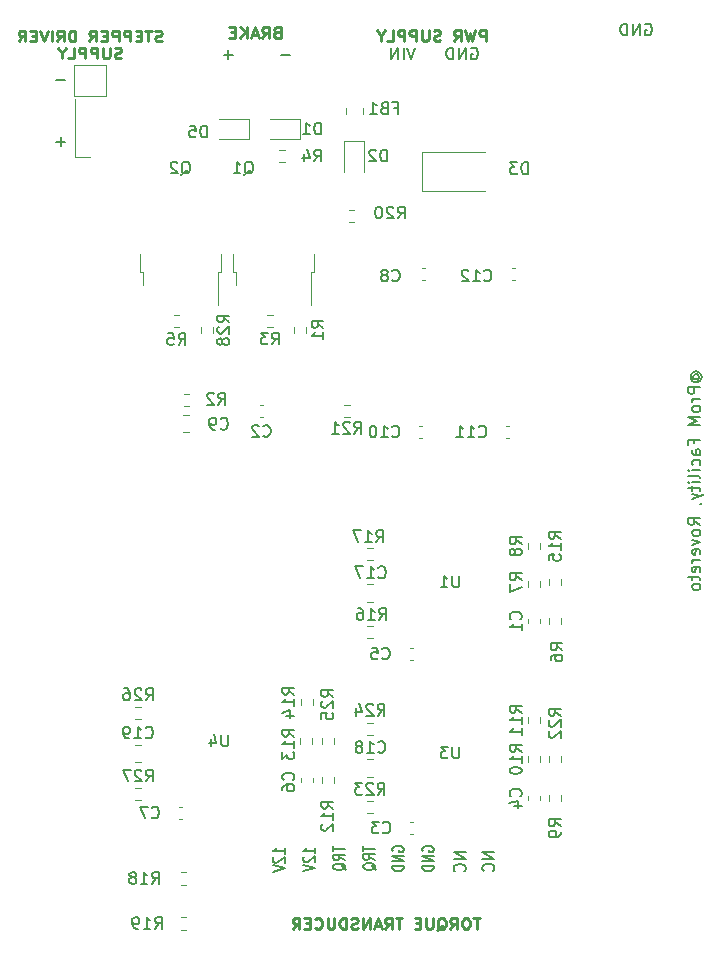
<source format=gbr>
%TF.GenerationSoftware,KiCad,Pcbnew,(6.0.2-0)*%
%TF.CreationDate,2022-07-28T16:30:59+02:00*%
%TF.ProjectId,stepper_testbench,73746570-7065-4725-9f74-65737462656e,rev?*%
%TF.SameCoordinates,Original*%
%TF.FileFunction,Legend,Bot*%
%TF.FilePolarity,Positive*%
%FSLAX46Y46*%
G04 Gerber Fmt 4.6, Leading zero omitted, Abs format (unit mm)*
G04 Created by KiCad (PCBNEW (6.0.2-0)) date 2022-07-28 16:30:59*
%MOMM*%
%LPD*%
G01*
G04 APERTURE LIST*
%ADD10C,0.150000*%
%ADD11C,0.225000*%
%ADD12C,0.120000*%
G04 APERTURE END LIST*
D10*
X154304952Y-42743428D02*
X153543047Y-42743428D01*
X165566000Y-110163476D02*
X165518380Y-110087285D01*
X165518380Y-109973000D01*
X165566000Y-109858714D01*
X165661238Y-109782523D01*
X165756476Y-109744428D01*
X165946952Y-109706333D01*
X166089809Y-109706333D01*
X166280285Y-109744428D01*
X166375523Y-109782523D01*
X166470761Y-109858714D01*
X166518380Y-109973000D01*
X166518380Y-110049190D01*
X166470761Y-110163476D01*
X166423142Y-110201571D01*
X166089809Y-110201571D01*
X166089809Y-110049190D01*
X166518380Y-110544428D02*
X165518380Y-110544428D01*
X166518380Y-111001571D01*
X165518380Y-111001571D01*
X166518380Y-111382523D02*
X165518380Y-111382523D01*
X165518380Y-111573000D01*
X165566000Y-111687285D01*
X165661238Y-111763476D01*
X165756476Y-111801571D01*
X165946952Y-111839666D01*
X166089809Y-111839666D01*
X166280285Y-111801571D01*
X166375523Y-111763476D01*
X166470761Y-111687285D01*
X166518380Y-111573000D01*
X166518380Y-111382523D01*
X157968380Y-109725380D02*
X157968380Y-110182523D01*
X158968380Y-109953952D02*
X157968380Y-109953952D01*
X158968380Y-110906333D02*
X158492190Y-110639666D01*
X158968380Y-110449190D02*
X157968380Y-110449190D01*
X157968380Y-110753952D01*
X158016000Y-110830142D01*
X158063619Y-110868238D01*
X158158857Y-110906333D01*
X158301714Y-110906333D01*
X158396952Y-110868238D01*
X158444571Y-110830142D01*
X158492190Y-110753952D01*
X158492190Y-110449190D01*
X159063619Y-111782523D02*
X159016000Y-111706333D01*
X158920761Y-111630142D01*
X158777904Y-111515857D01*
X158730285Y-111439666D01*
X158730285Y-111363476D01*
X158968380Y-111401571D02*
X158920761Y-111325380D01*
X158825523Y-111249190D01*
X158635047Y-111211095D01*
X158301714Y-111211095D01*
X158111238Y-111249190D01*
X158016000Y-111325380D01*
X157968380Y-111401571D01*
X157968380Y-111553952D01*
X158016000Y-111630142D01*
X158111238Y-111706333D01*
X158301714Y-111744428D01*
X158635047Y-111744428D01*
X158825523Y-111706333D01*
X158920761Y-111630142D01*
X158968380Y-111553952D01*
X158968380Y-111401571D01*
X153868380Y-110352761D02*
X153868380Y-109895619D01*
X153868380Y-110124190D02*
X152868380Y-110124190D01*
X153011238Y-110048000D01*
X153106476Y-109971809D01*
X153154095Y-109895619D01*
X152963619Y-110657523D02*
X152916000Y-110695619D01*
X152868380Y-110771809D01*
X152868380Y-110962285D01*
X152916000Y-111038476D01*
X152963619Y-111076571D01*
X153058857Y-111114666D01*
X153154095Y-111114666D01*
X153296952Y-111076571D01*
X153868380Y-110619428D01*
X153868380Y-111114666D01*
X152868380Y-111343238D02*
X153868380Y-111609904D01*
X152868380Y-111876571D01*
X135314952Y-44835428D02*
X134553047Y-44835428D01*
X149097904Y-100290380D02*
X149097904Y-101099904D01*
X149050285Y-101195142D01*
X149002666Y-101242761D01*
X148907428Y-101290380D01*
X148716952Y-101290380D01*
X148621714Y-101242761D01*
X148574095Y-101195142D01*
X148526476Y-101099904D01*
X148526476Y-100290380D01*
X147621714Y-100623714D02*
X147621714Y-101290380D01*
X147859809Y-100242761D02*
X148097904Y-100957047D01*
X147478857Y-100957047D01*
X163016000Y-110163476D02*
X162968380Y-110087285D01*
X162968380Y-109973000D01*
X163016000Y-109858714D01*
X163111238Y-109782523D01*
X163206476Y-109744428D01*
X163396952Y-109706333D01*
X163539809Y-109706333D01*
X163730285Y-109744428D01*
X163825523Y-109782523D01*
X163920761Y-109858714D01*
X163968380Y-109973000D01*
X163968380Y-110049190D01*
X163920761Y-110163476D01*
X163873142Y-110201571D01*
X163539809Y-110201571D01*
X163539809Y-110049190D01*
X163968380Y-110544428D02*
X162968380Y-110544428D01*
X163968380Y-111001571D01*
X162968380Y-111001571D01*
X163968380Y-111382523D02*
X162968380Y-111382523D01*
X162968380Y-111573000D01*
X163016000Y-111687285D01*
X163111238Y-111763476D01*
X163206476Y-111801571D01*
X163396952Y-111839666D01*
X163539809Y-111839666D01*
X163730285Y-111801571D01*
X163825523Y-111763476D01*
X163920761Y-111687285D01*
X163968380Y-111573000D01*
X163968380Y-111382523D01*
X184403904Y-40140000D02*
X184499142Y-40092380D01*
X184642000Y-40092380D01*
X184784857Y-40140000D01*
X184880095Y-40235238D01*
X184927714Y-40330476D01*
X184975333Y-40520952D01*
X184975333Y-40663809D01*
X184927714Y-40854285D01*
X184880095Y-40949523D01*
X184784857Y-41044761D01*
X184642000Y-41092380D01*
X184546761Y-41092380D01*
X184403904Y-41044761D01*
X184356285Y-40997142D01*
X184356285Y-40663809D01*
X184546761Y-40663809D01*
X183927714Y-41092380D02*
X183927714Y-40092380D01*
X183356285Y-41092380D01*
X183356285Y-40092380D01*
X182880095Y-41092380D02*
X182880095Y-40092380D01*
X182642000Y-40092380D01*
X182499142Y-40140000D01*
X182403904Y-40235238D01*
X182356285Y-40330476D01*
X182308666Y-40520952D01*
X182308666Y-40663809D01*
X182356285Y-40854285D01*
X182403904Y-40949523D01*
X182499142Y-41044761D01*
X182642000Y-41092380D01*
X182880095Y-41092380D01*
X169671904Y-42172000D02*
X169767142Y-42124380D01*
X169910000Y-42124380D01*
X170052857Y-42172000D01*
X170148095Y-42267238D01*
X170195714Y-42362476D01*
X170243333Y-42552952D01*
X170243333Y-42695809D01*
X170195714Y-42886285D01*
X170148095Y-42981523D01*
X170052857Y-43076761D01*
X169910000Y-43124380D01*
X169814761Y-43124380D01*
X169671904Y-43076761D01*
X169624285Y-43029142D01*
X169624285Y-42695809D01*
X169814761Y-42695809D01*
X169195714Y-43124380D02*
X169195714Y-42124380D01*
X168624285Y-43124380D01*
X168624285Y-42124380D01*
X168148095Y-43124380D02*
X168148095Y-42124380D01*
X167910000Y-42124380D01*
X167767142Y-42172000D01*
X167671904Y-42267238D01*
X167624285Y-42362476D01*
X167576666Y-42552952D01*
X167576666Y-42695809D01*
X167624285Y-42886285D01*
X167671904Y-42981523D01*
X167767142Y-43076761D01*
X167910000Y-43124380D01*
X168148095Y-43124380D01*
X164940238Y-42124380D02*
X164606904Y-43124380D01*
X164273571Y-42124380D01*
X163940238Y-43124380D02*
X163940238Y-42124380D01*
X163464047Y-43124380D02*
X163464047Y-42124380D01*
X162892619Y-43124380D01*
X162892619Y-42124380D01*
X168655904Y-86828380D02*
X168655904Y-87637904D01*
X168608285Y-87733142D01*
X168560666Y-87780761D01*
X168465428Y-87828380D01*
X168274952Y-87828380D01*
X168179714Y-87780761D01*
X168132095Y-87733142D01*
X168084476Y-87637904D01*
X168084476Y-86828380D01*
X167084476Y-87828380D02*
X167655904Y-87828380D01*
X167370190Y-87828380D02*
X167370190Y-86828380D01*
X167465428Y-86971238D01*
X167560666Y-87066476D01*
X167655904Y-87114095D01*
X135314952Y-50110428D02*
X134553047Y-50110428D01*
X134934000Y-50491380D02*
X134934000Y-49729476D01*
X160518380Y-109700380D02*
X160518380Y-110157523D01*
X161518380Y-109928952D02*
X160518380Y-109928952D01*
X161518380Y-110881333D02*
X161042190Y-110614666D01*
X161518380Y-110424190D02*
X160518380Y-110424190D01*
X160518380Y-110728952D01*
X160566000Y-110805142D01*
X160613619Y-110843238D01*
X160708857Y-110881333D01*
X160851714Y-110881333D01*
X160946952Y-110843238D01*
X160994571Y-110805142D01*
X161042190Y-110728952D01*
X161042190Y-110424190D01*
X161613619Y-111757523D02*
X161566000Y-111681333D01*
X161470761Y-111605142D01*
X161327904Y-111490857D01*
X161280285Y-111414666D01*
X161280285Y-111338476D01*
X161518380Y-111376571D02*
X161470761Y-111300380D01*
X161375523Y-111224190D01*
X161185047Y-111186095D01*
X160851714Y-111186095D01*
X160661238Y-111224190D01*
X160566000Y-111300380D01*
X160518380Y-111376571D01*
X160518380Y-111528952D01*
X160566000Y-111605142D01*
X160661238Y-111681333D01*
X160851714Y-111719428D01*
X161185047Y-111719428D01*
X161375523Y-111681333D01*
X161470761Y-111605142D01*
X161518380Y-111528952D01*
X161518380Y-111376571D01*
D11*
X170409142Y-115839142D02*
X169837714Y-115839142D01*
X170123428Y-116739142D02*
X170123428Y-115839142D01*
X169313904Y-115839142D02*
X169123428Y-115839142D01*
X169028190Y-115882000D01*
X168932952Y-115967714D01*
X168885333Y-116139142D01*
X168885333Y-116439142D01*
X168932952Y-116610571D01*
X169028190Y-116696285D01*
X169123428Y-116739142D01*
X169313904Y-116739142D01*
X169409142Y-116696285D01*
X169504380Y-116610571D01*
X169552000Y-116439142D01*
X169552000Y-116139142D01*
X169504380Y-115967714D01*
X169409142Y-115882000D01*
X169313904Y-115839142D01*
X167885333Y-116739142D02*
X168218666Y-116310571D01*
X168456761Y-116739142D02*
X168456761Y-115839142D01*
X168075809Y-115839142D01*
X167980571Y-115882000D01*
X167932952Y-115924857D01*
X167885333Y-116010571D01*
X167885333Y-116139142D01*
X167932952Y-116224857D01*
X167980571Y-116267714D01*
X168075809Y-116310571D01*
X168456761Y-116310571D01*
X166790095Y-116824857D02*
X166885333Y-116782000D01*
X166980571Y-116696285D01*
X167123428Y-116567714D01*
X167218666Y-116524857D01*
X167313904Y-116524857D01*
X167266285Y-116739142D02*
X167361523Y-116696285D01*
X167456761Y-116610571D01*
X167504380Y-116439142D01*
X167504380Y-116139142D01*
X167456761Y-115967714D01*
X167361523Y-115882000D01*
X167266285Y-115839142D01*
X167075809Y-115839142D01*
X166980571Y-115882000D01*
X166885333Y-115967714D01*
X166837714Y-116139142D01*
X166837714Y-116439142D01*
X166885333Y-116610571D01*
X166980571Y-116696285D01*
X167075809Y-116739142D01*
X167266285Y-116739142D01*
X166409142Y-115839142D02*
X166409142Y-116567714D01*
X166361523Y-116653428D01*
X166313904Y-116696285D01*
X166218666Y-116739142D01*
X166028190Y-116739142D01*
X165932952Y-116696285D01*
X165885333Y-116653428D01*
X165837714Y-116567714D01*
X165837714Y-115839142D01*
X165361523Y-116267714D02*
X165028190Y-116267714D01*
X164885333Y-116739142D02*
X165361523Y-116739142D01*
X165361523Y-115839142D01*
X164885333Y-115839142D01*
X163837714Y-115839142D02*
X163266285Y-115839142D01*
X163552000Y-116739142D02*
X163552000Y-115839142D01*
X162361523Y-116739142D02*
X162694857Y-116310571D01*
X162932952Y-116739142D02*
X162932952Y-115839142D01*
X162552000Y-115839142D01*
X162456761Y-115882000D01*
X162409142Y-115924857D01*
X162361523Y-116010571D01*
X162361523Y-116139142D01*
X162409142Y-116224857D01*
X162456761Y-116267714D01*
X162552000Y-116310571D01*
X162932952Y-116310571D01*
X161980571Y-116482000D02*
X161504380Y-116482000D01*
X162075809Y-116739142D02*
X161742476Y-115839142D01*
X161409142Y-116739142D01*
X161075809Y-116739142D02*
X161075809Y-115839142D01*
X160504380Y-116739142D01*
X160504380Y-115839142D01*
X160075809Y-116696285D02*
X159932952Y-116739142D01*
X159694857Y-116739142D01*
X159599619Y-116696285D01*
X159552000Y-116653428D01*
X159504380Y-116567714D01*
X159504380Y-116482000D01*
X159552000Y-116396285D01*
X159599619Y-116353428D01*
X159694857Y-116310571D01*
X159885333Y-116267714D01*
X159980571Y-116224857D01*
X160028190Y-116182000D01*
X160075809Y-116096285D01*
X160075809Y-116010571D01*
X160028190Y-115924857D01*
X159980571Y-115882000D01*
X159885333Y-115839142D01*
X159647238Y-115839142D01*
X159504380Y-115882000D01*
X159075809Y-116739142D02*
X159075809Y-115839142D01*
X158837714Y-115839142D01*
X158694857Y-115882000D01*
X158599619Y-115967714D01*
X158552000Y-116053428D01*
X158504380Y-116224857D01*
X158504380Y-116353428D01*
X158552000Y-116524857D01*
X158599619Y-116610571D01*
X158694857Y-116696285D01*
X158837714Y-116739142D01*
X159075809Y-116739142D01*
X158075809Y-115839142D02*
X158075809Y-116567714D01*
X158028190Y-116653428D01*
X157980571Y-116696285D01*
X157885333Y-116739142D01*
X157694857Y-116739142D01*
X157599619Y-116696285D01*
X157552000Y-116653428D01*
X157504380Y-116567714D01*
X157504380Y-115839142D01*
X156456761Y-116653428D02*
X156504380Y-116696285D01*
X156647238Y-116739142D01*
X156742476Y-116739142D01*
X156885333Y-116696285D01*
X156980571Y-116610571D01*
X157028190Y-116524857D01*
X157075809Y-116353428D01*
X157075809Y-116224857D01*
X157028190Y-116053428D01*
X156980571Y-115967714D01*
X156885333Y-115882000D01*
X156742476Y-115839142D01*
X156647238Y-115839142D01*
X156504380Y-115882000D01*
X156456761Y-115924857D01*
X156028190Y-116267714D02*
X155694857Y-116267714D01*
X155552000Y-116739142D02*
X156028190Y-116739142D01*
X156028190Y-115839142D01*
X155552000Y-115839142D01*
X154552000Y-116739142D02*
X154885333Y-116310571D01*
X155123428Y-116739142D02*
X155123428Y-115839142D01*
X154742476Y-115839142D01*
X154647238Y-115882000D01*
X154599619Y-115924857D01*
X154552000Y-116010571D01*
X154552000Y-116139142D01*
X154599619Y-116224857D01*
X154647238Y-116267714D01*
X154742476Y-116310571D01*
X155123428Y-116310571D01*
D10*
X188571190Y-70207571D02*
X188523571Y-70159952D01*
X188475952Y-70064714D01*
X188475952Y-69969476D01*
X188523571Y-69874238D01*
X188571190Y-69826619D01*
X188666428Y-69779000D01*
X188761666Y-69779000D01*
X188856904Y-69826619D01*
X188904523Y-69874238D01*
X188952142Y-69969476D01*
X188952142Y-70064714D01*
X188904523Y-70159952D01*
X188856904Y-70207571D01*
X188475952Y-70207571D02*
X188856904Y-70207571D01*
X188904523Y-70255190D01*
X188904523Y-70302809D01*
X188856904Y-70398047D01*
X188761666Y-70445666D01*
X188523571Y-70445666D01*
X188380714Y-70350428D01*
X188285476Y-70207571D01*
X188237857Y-70017095D01*
X188285476Y-69826619D01*
X188380714Y-69683761D01*
X188523571Y-69588523D01*
X188714047Y-69540904D01*
X188904523Y-69588523D01*
X189047380Y-69683761D01*
X189142619Y-69826619D01*
X189190238Y-70017095D01*
X189142619Y-70207571D01*
X189047380Y-70350428D01*
X189047380Y-70874238D02*
X188047380Y-70874238D01*
X188047380Y-71255190D01*
X188095000Y-71350428D01*
X188142619Y-71398047D01*
X188237857Y-71445666D01*
X188380714Y-71445666D01*
X188475952Y-71398047D01*
X188523571Y-71350428D01*
X188571190Y-71255190D01*
X188571190Y-70874238D01*
X189047380Y-71874238D02*
X188380714Y-71874238D01*
X188571190Y-71874238D02*
X188475952Y-71921857D01*
X188428333Y-71969476D01*
X188380714Y-72064714D01*
X188380714Y-72159952D01*
X189047380Y-72636142D02*
X188999761Y-72540904D01*
X188952142Y-72493285D01*
X188856904Y-72445666D01*
X188571190Y-72445666D01*
X188475952Y-72493285D01*
X188428333Y-72540904D01*
X188380714Y-72636142D01*
X188380714Y-72779000D01*
X188428333Y-72874238D01*
X188475952Y-72921857D01*
X188571190Y-72969476D01*
X188856904Y-72969476D01*
X188952142Y-72921857D01*
X188999761Y-72874238D01*
X189047380Y-72779000D01*
X189047380Y-72636142D01*
X189047380Y-73398047D02*
X188047380Y-73398047D01*
X188761666Y-73731380D01*
X188047380Y-74064714D01*
X189047380Y-74064714D01*
X188523571Y-75636142D02*
X188523571Y-75302809D01*
X189047380Y-75302809D02*
X188047380Y-75302809D01*
X188047380Y-75779000D01*
X189047380Y-76588523D02*
X188523571Y-76588523D01*
X188428333Y-76540904D01*
X188380714Y-76445666D01*
X188380714Y-76255190D01*
X188428333Y-76159952D01*
X188999761Y-76588523D02*
X189047380Y-76493285D01*
X189047380Y-76255190D01*
X188999761Y-76159952D01*
X188904523Y-76112333D01*
X188809285Y-76112333D01*
X188714047Y-76159952D01*
X188666428Y-76255190D01*
X188666428Y-76493285D01*
X188618809Y-76588523D01*
X188999761Y-77493285D02*
X189047380Y-77398047D01*
X189047380Y-77207571D01*
X188999761Y-77112333D01*
X188952142Y-77064714D01*
X188856904Y-77017095D01*
X188571190Y-77017095D01*
X188475952Y-77064714D01*
X188428333Y-77112333D01*
X188380714Y-77207571D01*
X188380714Y-77398047D01*
X188428333Y-77493285D01*
X189047380Y-77921857D02*
X188380714Y-77921857D01*
X188047380Y-77921857D02*
X188095000Y-77874238D01*
X188142619Y-77921857D01*
X188095000Y-77969476D01*
X188047380Y-77921857D01*
X188142619Y-77921857D01*
X189047380Y-78540904D02*
X188999761Y-78445666D01*
X188904523Y-78398047D01*
X188047380Y-78398047D01*
X189047380Y-78921857D02*
X188380714Y-78921857D01*
X188047380Y-78921857D02*
X188095000Y-78874238D01*
X188142619Y-78921857D01*
X188095000Y-78969476D01*
X188047380Y-78921857D01*
X188142619Y-78921857D01*
X188380714Y-79255190D02*
X188380714Y-79636142D01*
X188047380Y-79398047D02*
X188904523Y-79398047D01*
X188999761Y-79445666D01*
X189047380Y-79540904D01*
X189047380Y-79636142D01*
X188380714Y-79874238D02*
X189047380Y-80112333D01*
X188380714Y-80350428D02*
X189047380Y-80112333D01*
X189285476Y-80017095D01*
X189333095Y-79969476D01*
X189380714Y-79874238D01*
X188999761Y-80779000D02*
X189047380Y-80779000D01*
X189142619Y-80731380D01*
X189190238Y-80683761D01*
X189047380Y-82540904D02*
X188571190Y-82207571D01*
X189047380Y-81969476D02*
X188047380Y-81969476D01*
X188047380Y-82350428D01*
X188095000Y-82445666D01*
X188142619Y-82493285D01*
X188237857Y-82540904D01*
X188380714Y-82540904D01*
X188475952Y-82493285D01*
X188523571Y-82445666D01*
X188571190Y-82350428D01*
X188571190Y-81969476D01*
X189047380Y-83112333D02*
X188999761Y-83017095D01*
X188952142Y-82969476D01*
X188856904Y-82921857D01*
X188571190Y-82921857D01*
X188475952Y-82969476D01*
X188428333Y-83017095D01*
X188380714Y-83112333D01*
X188380714Y-83255190D01*
X188428333Y-83350428D01*
X188475952Y-83398047D01*
X188571190Y-83445666D01*
X188856904Y-83445666D01*
X188952142Y-83398047D01*
X188999761Y-83350428D01*
X189047380Y-83255190D01*
X189047380Y-83112333D01*
X188380714Y-83779000D02*
X189047380Y-84017095D01*
X188380714Y-84255190D01*
X188999761Y-85017095D02*
X189047380Y-84921857D01*
X189047380Y-84731380D01*
X188999761Y-84636142D01*
X188904523Y-84588523D01*
X188523571Y-84588523D01*
X188428333Y-84636142D01*
X188380714Y-84731380D01*
X188380714Y-84921857D01*
X188428333Y-85017095D01*
X188523571Y-85064714D01*
X188618809Y-85064714D01*
X188714047Y-84588523D01*
X189047380Y-85493285D02*
X188380714Y-85493285D01*
X188571190Y-85493285D02*
X188475952Y-85540904D01*
X188428333Y-85588523D01*
X188380714Y-85683761D01*
X188380714Y-85779000D01*
X188999761Y-86493285D02*
X189047380Y-86398047D01*
X189047380Y-86207571D01*
X188999761Y-86112333D01*
X188904523Y-86064714D01*
X188523571Y-86064714D01*
X188428333Y-86112333D01*
X188380714Y-86207571D01*
X188380714Y-86398047D01*
X188428333Y-86493285D01*
X188523571Y-86540904D01*
X188618809Y-86540904D01*
X188714047Y-86064714D01*
X188380714Y-86826619D02*
X188380714Y-87207571D01*
X188047380Y-86969476D02*
X188904523Y-86969476D01*
X188999761Y-87017095D01*
X189047380Y-87112333D01*
X189047380Y-87207571D01*
X189047380Y-87683761D02*
X188999761Y-87588523D01*
X188952142Y-87540904D01*
X188856904Y-87493285D01*
X188571190Y-87493285D01*
X188475952Y-87540904D01*
X188428333Y-87588523D01*
X188380714Y-87683761D01*
X188380714Y-87826619D01*
X188428333Y-87921857D01*
X188475952Y-87969476D01*
X188571190Y-88017095D01*
X188856904Y-88017095D01*
X188952142Y-87969476D01*
X188999761Y-87921857D01*
X189047380Y-87826619D01*
X189047380Y-87683761D01*
X168655904Y-101306380D02*
X168655904Y-102115904D01*
X168608285Y-102211142D01*
X168560666Y-102258761D01*
X168465428Y-102306380D01*
X168274952Y-102306380D01*
X168179714Y-102258761D01*
X168132095Y-102211142D01*
X168084476Y-102115904D01*
X168084476Y-101306380D01*
X167703523Y-101306380D02*
X167084476Y-101306380D01*
X167417809Y-101687333D01*
X167274952Y-101687333D01*
X167179714Y-101734952D01*
X167132095Y-101782571D01*
X167084476Y-101877809D01*
X167084476Y-102115904D01*
X167132095Y-102211142D01*
X167179714Y-102258761D01*
X167274952Y-102306380D01*
X167560666Y-102306380D01*
X167655904Y-102258761D01*
X167703523Y-102211142D01*
D11*
X170917619Y-41555142D02*
X170917619Y-40655142D01*
X170536666Y-40655142D01*
X170441428Y-40698000D01*
X170393809Y-40740857D01*
X170346190Y-40826571D01*
X170346190Y-40955142D01*
X170393809Y-41040857D01*
X170441428Y-41083714D01*
X170536666Y-41126571D01*
X170917619Y-41126571D01*
X170012857Y-40655142D02*
X169774761Y-41555142D01*
X169584285Y-40912285D01*
X169393809Y-41555142D01*
X169155714Y-40655142D01*
X168203333Y-41555142D02*
X168536666Y-41126571D01*
X168774761Y-41555142D02*
X168774761Y-40655142D01*
X168393809Y-40655142D01*
X168298571Y-40698000D01*
X168250952Y-40740857D01*
X168203333Y-40826571D01*
X168203333Y-40955142D01*
X168250952Y-41040857D01*
X168298571Y-41083714D01*
X168393809Y-41126571D01*
X168774761Y-41126571D01*
X167060476Y-41512285D02*
X166917619Y-41555142D01*
X166679523Y-41555142D01*
X166584285Y-41512285D01*
X166536666Y-41469428D01*
X166489047Y-41383714D01*
X166489047Y-41298000D01*
X166536666Y-41212285D01*
X166584285Y-41169428D01*
X166679523Y-41126571D01*
X166870000Y-41083714D01*
X166965238Y-41040857D01*
X167012857Y-40998000D01*
X167060476Y-40912285D01*
X167060476Y-40826571D01*
X167012857Y-40740857D01*
X166965238Y-40698000D01*
X166870000Y-40655142D01*
X166631904Y-40655142D01*
X166489047Y-40698000D01*
X166060476Y-40655142D02*
X166060476Y-41383714D01*
X166012857Y-41469428D01*
X165965238Y-41512285D01*
X165870000Y-41555142D01*
X165679523Y-41555142D01*
X165584285Y-41512285D01*
X165536666Y-41469428D01*
X165489047Y-41383714D01*
X165489047Y-40655142D01*
X165012857Y-41555142D02*
X165012857Y-40655142D01*
X164631904Y-40655142D01*
X164536666Y-40698000D01*
X164489047Y-40740857D01*
X164441428Y-40826571D01*
X164441428Y-40955142D01*
X164489047Y-41040857D01*
X164536666Y-41083714D01*
X164631904Y-41126571D01*
X165012857Y-41126571D01*
X164012857Y-41555142D02*
X164012857Y-40655142D01*
X163631904Y-40655142D01*
X163536666Y-40698000D01*
X163489047Y-40740857D01*
X163441428Y-40826571D01*
X163441428Y-40955142D01*
X163489047Y-41040857D01*
X163536666Y-41083714D01*
X163631904Y-41126571D01*
X164012857Y-41126571D01*
X162536666Y-41555142D02*
X163012857Y-41555142D01*
X163012857Y-40655142D01*
X162012857Y-41126571D02*
X162012857Y-41555142D01*
X162346190Y-40655142D02*
X162012857Y-41126571D01*
X161679523Y-40655142D01*
D10*
X149478952Y-42743428D02*
X148717047Y-42743428D01*
X149098000Y-43124380D02*
X149098000Y-42362476D01*
D11*
X153193523Y-40829714D02*
X153050666Y-40872571D01*
X153003047Y-40915428D01*
X152955428Y-41001142D01*
X152955428Y-41129714D01*
X153003047Y-41215428D01*
X153050666Y-41258285D01*
X153145904Y-41301142D01*
X153526857Y-41301142D01*
X153526857Y-40401142D01*
X153193523Y-40401142D01*
X153098285Y-40444000D01*
X153050666Y-40486857D01*
X153003047Y-40572571D01*
X153003047Y-40658285D01*
X153050666Y-40744000D01*
X153098285Y-40786857D01*
X153193523Y-40829714D01*
X153526857Y-40829714D01*
X151955428Y-41301142D02*
X152288761Y-40872571D01*
X152526857Y-41301142D02*
X152526857Y-40401142D01*
X152145904Y-40401142D01*
X152050666Y-40444000D01*
X152003047Y-40486857D01*
X151955428Y-40572571D01*
X151955428Y-40701142D01*
X152003047Y-40786857D01*
X152050666Y-40829714D01*
X152145904Y-40872571D01*
X152526857Y-40872571D01*
X151574476Y-41044000D02*
X151098285Y-41044000D01*
X151669714Y-41301142D02*
X151336380Y-40401142D01*
X151003047Y-41301142D01*
X150669714Y-41301142D02*
X150669714Y-40401142D01*
X150098285Y-41301142D02*
X150526857Y-40786857D01*
X150098285Y-40401142D02*
X150669714Y-40915428D01*
X149669714Y-40829714D02*
X149336380Y-40829714D01*
X149193523Y-41301142D02*
X149669714Y-41301142D01*
X149669714Y-40401142D01*
X149193523Y-40401142D01*
D10*
X169193380Y-110237285D02*
X168193380Y-110237285D01*
X169193380Y-110808714D01*
X168193380Y-110808714D01*
X169098142Y-111856333D02*
X169145761Y-111808714D01*
X169193380Y-111665857D01*
X169193380Y-111570619D01*
X169145761Y-111427761D01*
X169050523Y-111332523D01*
X168955285Y-111284904D01*
X168764809Y-111237285D01*
X168621952Y-111237285D01*
X168431476Y-111284904D01*
X168336238Y-111332523D01*
X168241000Y-111427761D01*
X168193380Y-111570619D01*
X168193380Y-111665857D01*
X168241000Y-111808714D01*
X168288619Y-111856333D01*
X171618380Y-110212285D02*
X170618380Y-110212285D01*
X171618380Y-110783714D01*
X170618380Y-110783714D01*
X171523142Y-111831333D02*
X171570761Y-111783714D01*
X171618380Y-111640857D01*
X171618380Y-111545619D01*
X171570761Y-111402761D01*
X171475523Y-111307523D01*
X171380285Y-111259904D01*
X171189809Y-111212285D01*
X171046952Y-111212285D01*
X170856476Y-111259904D01*
X170761238Y-111307523D01*
X170666000Y-111402761D01*
X170618380Y-111545619D01*
X170618380Y-111640857D01*
X170666000Y-111783714D01*
X170713619Y-111831333D01*
D11*
X143485428Y-41549785D02*
X143342571Y-41592642D01*
X143104476Y-41592642D01*
X143009238Y-41549785D01*
X142961619Y-41506928D01*
X142914000Y-41421214D01*
X142914000Y-41335500D01*
X142961619Y-41249785D01*
X143009238Y-41206928D01*
X143104476Y-41164071D01*
X143294952Y-41121214D01*
X143390190Y-41078357D01*
X143437809Y-41035500D01*
X143485428Y-40949785D01*
X143485428Y-40864071D01*
X143437809Y-40778357D01*
X143390190Y-40735500D01*
X143294952Y-40692642D01*
X143056857Y-40692642D01*
X142914000Y-40735500D01*
X142628285Y-40692642D02*
X142056857Y-40692642D01*
X142342571Y-41592642D02*
X142342571Y-40692642D01*
X141723523Y-41121214D02*
X141390190Y-41121214D01*
X141247333Y-41592642D02*
X141723523Y-41592642D01*
X141723523Y-40692642D01*
X141247333Y-40692642D01*
X140818761Y-41592642D02*
X140818761Y-40692642D01*
X140437809Y-40692642D01*
X140342571Y-40735500D01*
X140294952Y-40778357D01*
X140247333Y-40864071D01*
X140247333Y-40992642D01*
X140294952Y-41078357D01*
X140342571Y-41121214D01*
X140437809Y-41164071D01*
X140818761Y-41164071D01*
X139818761Y-41592642D02*
X139818761Y-40692642D01*
X139437809Y-40692642D01*
X139342571Y-40735500D01*
X139294952Y-40778357D01*
X139247333Y-40864071D01*
X139247333Y-40992642D01*
X139294952Y-41078357D01*
X139342571Y-41121214D01*
X139437809Y-41164071D01*
X139818761Y-41164071D01*
X138818761Y-41121214D02*
X138485428Y-41121214D01*
X138342571Y-41592642D02*
X138818761Y-41592642D01*
X138818761Y-40692642D01*
X138342571Y-40692642D01*
X137342571Y-41592642D02*
X137675904Y-41164071D01*
X137914000Y-41592642D02*
X137914000Y-40692642D01*
X137533047Y-40692642D01*
X137437809Y-40735500D01*
X137390190Y-40778357D01*
X137342571Y-40864071D01*
X137342571Y-40992642D01*
X137390190Y-41078357D01*
X137437809Y-41121214D01*
X137533047Y-41164071D01*
X137914000Y-41164071D01*
X136152095Y-41592642D02*
X136152095Y-40692642D01*
X135914000Y-40692642D01*
X135771142Y-40735500D01*
X135675904Y-40821214D01*
X135628285Y-40906928D01*
X135580666Y-41078357D01*
X135580666Y-41206928D01*
X135628285Y-41378357D01*
X135675904Y-41464071D01*
X135771142Y-41549785D01*
X135914000Y-41592642D01*
X136152095Y-41592642D01*
X134580666Y-41592642D02*
X134914000Y-41164071D01*
X135152095Y-41592642D02*
X135152095Y-40692642D01*
X134771142Y-40692642D01*
X134675904Y-40735500D01*
X134628285Y-40778357D01*
X134580666Y-40864071D01*
X134580666Y-40992642D01*
X134628285Y-41078357D01*
X134675904Y-41121214D01*
X134771142Y-41164071D01*
X135152095Y-41164071D01*
X134152095Y-41592642D02*
X134152095Y-40692642D01*
X133818761Y-40692642D02*
X133485428Y-41592642D01*
X133152095Y-40692642D01*
X132818761Y-41121214D02*
X132485428Y-41121214D01*
X132342571Y-41592642D02*
X132818761Y-41592642D01*
X132818761Y-40692642D01*
X132342571Y-40692642D01*
X131342571Y-41592642D02*
X131675904Y-41164071D01*
X131914000Y-41592642D02*
X131914000Y-40692642D01*
X131533047Y-40692642D01*
X131437809Y-40735500D01*
X131390190Y-40778357D01*
X131342571Y-40864071D01*
X131342571Y-40992642D01*
X131390190Y-41078357D01*
X131437809Y-41121214D01*
X131533047Y-41164071D01*
X131914000Y-41164071D01*
X140056857Y-42998785D02*
X139914000Y-43041642D01*
X139675904Y-43041642D01*
X139580666Y-42998785D01*
X139533047Y-42955928D01*
X139485428Y-42870214D01*
X139485428Y-42784500D01*
X139533047Y-42698785D01*
X139580666Y-42655928D01*
X139675904Y-42613071D01*
X139866380Y-42570214D01*
X139961619Y-42527357D01*
X140009238Y-42484500D01*
X140056857Y-42398785D01*
X140056857Y-42313071D01*
X140009238Y-42227357D01*
X139961619Y-42184500D01*
X139866380Y-42141642D01*
X139628285Y-42141642D01*
X139485428Y-42184500D01*
X139056857Y-42141642D02*
X139056857Y-42870214D01*
X139009238Y-42955928D01*
X138961619Y-42998785D01*
X138866380Y-43041642D01*
X138675904Y-43041642D01*
X138580666Y-42998785D01*
X138533047Y-42955928D01*
X138485428Y-42870214D01*
X138485428Y-42141642D01*
X138009238Y-43041642D02*
X138009238Y-42141642D01*
X137628285Y-42141642D01*
X137533047Y-42184500D01*
X137485428Y-42227357D01*
X137437809Y-42313071D01*
X137437809Y-42441642D01*
X137485428Y-42527357D01*
X137533047Y-42570214D01*
X137628285Y-42613071D01*
X138009238Y-42613071D01*
X137009238Y-43041642D02*
X137009238Y-42141642D01*
X136628285Y-42141642D01*
X136533047Y-42184500D01*
X136485428Y-42227357D01*
X136437809Y-42313071D01*
X136437809Y-42441642D01*
X136485428Y-42527357D01*
X136533047Y-42570214D01*
X136628285Y-42613071D01*
X137009238Y-42613071D01*
X135533047Y-43041642D02*
X136009238Y-43041642D01*
X136009238Y-42141642D01*
X135009238Y-42613071D02*
X135009238Y-43041642D01*
X135342571Y-42141642D02*
X135009238Y-42613071D01*
X134675904Y-42141642D01*
D10*
X156443380Y-110327761D02*
X156443380Y-109870619D01*
X156443380Y-110099190D02*
X155443380Y-110099190D01*
X155586238Y-110023000D01*
X155681476Y-109946809D01*
X155729095Y-109870619D01*
X155538619Y-110632523D02*
X155491000Y-110670619D01*
X155443380Y-110746809D01*
X155443380Y-110937285D01*
X155491000Y-111013476D01*
X155538619Y-111051571D01*
X155633857Y-111089666D01*
X155729095Y-111089666D01*
X155871952Y-111051571D01*
X156443380Y-110594428D01*
X156443380Y-111089666D01*
X155443380Y-111318238D02*
X156443380Y-111584904D01*
X155443380Y-111851571D01*
%TO.C,R1*%
X157151380Y-65858333D02*
X156675190Y-65525000D01*
X157151380Y-65286904D02*
X156151380Y-65286904D01*
X156151380Y-65667857D01*
X156199000Y-65763095D01*
X156246619Y-65810714D01*
X156341857Y-65858333D01*
X156484714Y-65858333D01*
X156579952Y-65810714D01*
X156627571Y-65763095D01*
X156675190Y-65667857D01*
X156675190Y-65286904D01*
X157151380Y-66810714D02*
X157151380Y-66239285D01*
X157151380Y-66525000D02*
X156151380Y-66525000D01*
X156294238Y-66429761D01*
X156389476Y-66334523D01*
X156437095Y-66239285D01*
%TO.C,R25*%
X157985380Y-97084142D02*
X157509190Y-96750809D01*
X157985380Y-96512714D02*
X156985380Y-96512714D01*
X156985380Y-96893666D01*
X157033000Y-96988904D01*
X157080619Y-97036523D01*
X157175857Y-97084142D01*
X157318714Y-97084142D01*
X157413952Y-97036523D01*
X157461571Y-96988904D01*
X157509190Y-96893666D01*
X157509190Y-96512714D01*
X157080619Y-97465095D02*
X157033000Y-97512714D01*
X156985380Y-97607952D01*
X156985380Y-97846047D01*
X157033000Y-97941285D01*
X157080619Y-97988904D01*
X157175857Y-98036523D01*
X157271095Y-98036523D01*
X157413952Y-97988904D01*
X157985380Y-97417476D01*
X157985380Y-98036523D01*
X156985380Y-98941285D02*
X156985380Y-98465095D01*
X157461571Y-98417476D01*
X157413952Y-98465095D01*
X157366333Y-98560333D01*
X157366333Y-98798428D01*
X157413952Y-98893666D01*
X157461571Y-98941285D01*
X157556809Y-98988904D01*
X157794904Y-98988904D01*
X157890142Y-98941285D01*
X157937761Y-98893666D01*
X157985380Y-98798428D01*
X157985380Y-98560333D01*
X157937761Y-98465095D01*
X157890142Y-98417476D01*
%TO.C,R6*%
X177386380Y-93136333D02*
X176910190Y-92803000D01*
X177386380Y-92564904D02*
X176386380Y-92564904D01*
X176386380Y-92945857D01*
X176434000Y-93041095D01*
X176481619Y-93088714D01*
X176576857Y-93136333D01*
X176719714Y-93136333D01*
X176814952Y-93088714D01*
X176862571Y-93041095D01*
X176910190Y-92945857D01*
X176910190Y-92564904D01*
X176386380Y-93993476D02*
X176386380Y-93803000D01*
X176434000Y-93707761D01*
X176481619Y-93660142D01*
X176624476Y-93564904D01*
X176814952Y-93517285D01*
X177195904Y-93517285D01*
X177291142Y-93564904D01*
X177338761Y-93612523D01*
X177386380Y-93707761D01*
X177386380Y-93898238D01*
X177338761Y-93993476D01*
X177291142Y-94041095D01*
X177195904Y-94088714D01*
X176957809Y-94088714D01*
X176862571Y-94041095D01*
X176814952Y-93993476D01*
X176767333Y-93898238D01*
X176767333Y-93707761D01*
X176814952Y-93612523D01*
X176862571Y-93564904D01*
X176957809Y-93517285D01*
%TO.C,D2*%
X162536095Y-51760380D02*
X162536095Y-50760380D01*
X162298000Y-50760380D01*
X162155142Y-50808000D01*
X162059904Y-50903238D01*
X162012285Y-50998476D01*
X161964666Y-51188952D01*
X161964666Y-51331809D01*
X162012285Y-51522285D01*
X162059904Y-51617523D01*
X162155142Y-51712761D01*
X162298000Y-51760380D01*
X162536095Y-51760380D01*
X161583714Y-50855619D02*
X161536095Y-50808000D01*
X161440857Y-50760380D01*
X161202761Y-50760380D01*
X161107523Y-50808000D01*
X161059904Y-50855619D01*
X161012285Y-50950857D01*
X161012285Y-51046095D01*
X161059904Y-51188952D01*
X161631333Y-51760380D01*
X161012285Y-51760380D01*
%TO.C,C2*%
X152058666Y-74977142D02*
X152106285Y-75024761D01*
X152249142Y-75072380D01*
X152344380Y-75072380D01*
X152487238Y-75024761D01*
X152582476Y-74929523D01*
X152630095Y-74834285D01*
X152677714Y-74643809D01*
X152677714Y-74500952D01*
X152630095Y-74310476D01*
X152582476Y-74215238D01*
X152487238Y-74120000D01*
X152344380Y-74072380D01*
X152249142Y-74072380D01*
X152106285Y-74120000D01*
X152058666Y-74167619D01*
X151677714Y-74167619D02*
X151630095Y-74120000D01*
X151534857Y-74072380D01*
X151296761Y-74072380D01*
X151201523Y-74120000D01*
X151153904Y-74167619D01*
X151106285Y-74262857D01*
X151106285Y-74358095D01*
X151153904Y-74500952D01*
X151725333Y-75072380D01*
X151106285Y-75072380D01*
%TO.C,R8*%
X173934380Y-84161333D02*
X173458190Y-83828000D01*
X173934380Y-83589904D02*
X172934380Y-83589904D01*
X172934380Y-83970857D01*
X172982000Y-84066095D01*
X173029619Y-84113714D01*
X173124857Y-84161333D01*
X173267714Y-84161333D01*
X173362952Y-84113714D01*
X173410571Y-84066095D01*
X173458190Y-83970857D01*
X173458190Y-83589904D01*
X173362952Y-84732761D02*
X173315333Y-84637523D01*
X173267714Y-84589904D01*
X173172476Y-84542285D01*
X173124857Y-84542285D01*
X173029619Y-84589904D01*
X172982000Y-84637523D01*
X172934380Y-84732761D01*
X172934380Y-84923238D01*
X172982000Y-85018476D01*
X173029619Y-85066095D01*
X173124857Y-85113714D01*
X173172476Y-85113714D01*
X173267714Y-85066095D01*
X173315333Y-85018476D01*
X173362952Y-84923238D01*
X173362952Y-84732761D01*
X173410571Y-84637523D01*
X173458190Y-84589904D01*
X173553428Y-84542285D01*
X173743904Y-84542285D01*
X173839142Y-84589904D01*
X173886761Y-84637523D01*
X173934380Y-84732761D01*
X173934380Y-84923238D01*
X173886761Y-85018476D01*
X173839142Y-85066095D01*
X173743904Y-85113714D01*
X173553428Y-85113714D01*
X173458190Y-85066095D01*
X173410571Y-85018476D01*
X173362952Y-84923238D01*
%TO.C,Q1*%
X150463238Y-52871619D02*
X150558476Y-52824000D01*
X150653714Y-52728761D01*
X150796571Y-52585904D01*
X150891809Y-52538285D01*
X150987047Y-52538285D01*
X150939428Y-52776380D02*
X151034666Y-52728761D01*
X151129904Y-52633523D01*
X151177523Y-52443047D01*
X151177523Y-52109714D01*
X151129904Y-51919238D01*
X151034666Y-51824000D01*
X150939428Y-51776380D01*
X150748952Y-51776380D01*
X150653714Y-51824000D01*
X150558476Y-51919238D01*
X150510857Y-52109714D01*
X150510857Y-52443047D01*
X150558476Y-52633523D01*
X150653714Y-52728761D01*
X150748952Y-52776380D01*
X150939428Y-52776380D01*
X149558476Y-52776380D02*
X150129904Y-52776380D01*
X149844190Y-52776380D02*
X149844190Y-51776380D01*
X149939428Y-51919238D01*
X150034666Y-52014476D01*
X150129904Y-52062095D01*
%TO.C,R21*%
X159767857Y-74802380D02*
X160101190Y-74326190D01*
X160339285Y-74802380D02*
X160339285Y-73802380D01*
X159958333Y-73802380D01*
X159863095Y-73850000D01*
X159815476Y-73897619D01*
X159767857Y-73992857D01*
X159767857Y-74135714D01*
X159815476Y-74230952D01*
X159863095Y-74278571D01*
X159958333Y-74326190D01*
X160339285Y-74326190D01*
X159386904Y-73897619D02*
X159339285Y-73850000D01*
X159244047Y-73802380D01*
X159005952Y-73802380D01*
X158910714Y-73850000D01*
X158863095Y-73897619D01*
X158815476Y-73992857D01*
X158815476Y-74088095D01*
X158863095Y-74230952D01*
X159434523Y-74802380D01*
X158815476Y-74802380D01*
X157863095Y-74802380D02*
X158434523Y-74802380D01*
X158148809Y-74802380D02*
X158148809Y-73802380D01*
X158244047Y-73945238D01*
X158339285Y-74040476D01*
X158434523Y-74088095D01*
%TO.C,R28*%
X149182380Y-65382142D02*
X148706190Y-65048809D01*
X149182380Y-64810714D02*
X148182380Y-64810714D01*
X148182380Y-65191666D01*
X148230000Y-65286904D01*
X148277619Y-65334523D01*
X148372857Y-65382142D01*
X148515714Y-65382142D01*
X148610952Y-65334523D01*
X148658571Y-65286904D01*
X148706190Y-65191666D01*
X148706190Y-64810714D01*
X148277619Y-65763095D02*
X148230000Y-65810714D01*
X148182380Y-65905952D01*
X148182380Y-66144047D01*
X148230000Y-66239285D01*
X148277619Y-66286904D01*
X148372857Y-66334523D01*
X148468095Y-66334523D01*
X148610952Y-66286904D01*
X149182380Y-65715476D01*
X149182380Y-66334523D01*
X148610952Y-66905952D02*
X148563333Y-66810714D01*
X148515714Y-66763095D01*
X148420476Y-66715476D01*
X148372857Y-66715476D01*
X148277619Y-66763095D01*
X148230000Y-66810714D01*
X148182380Y-66905952D01*
X148182380Y-67096428D01*
X148230000Y-67191666D01*
X148277619Y-67239285D01*
X148372857Y-67286904D01*
X148420476Y-67286904D01*
X148515714Y-67239285D01*
X148563333Y-67191666D01*
X148610952Y-67096428D01*
X148610952Y-66905952D01*
X148658571Y-66810714D01*
X148706190Y-66763095D01*
X148801428Y-66715476D01*
X148991904Y-66715476D01*
X149087142Y-66763095D01*
X149134761Y-66810714D01*
X149182380Y-66905952D01*
X149182380Y-67096428D01*
X149134761Y-67191666D01*
X149087142Y-67239285D01*
X148991904Y-67286904D01*
X148801428Y-67286904D01*
X148706190Y-67239285D01*
X148658571Y-67191666D01*
X148610952Y-67096428D01*
%TO.C,C1*%
X173839142Y-90511333D02*
X173886761Y-90463714D01*
X173934380Y-90320857D01*
X173934380Y-90225619D01*
X173886761Y-90082761D01*
X173791523Y-89987523D01*
X173696285Y-89939904D01*
X173505809Y-89892285D01*
X173362952Y-89892285D01*
X173172476Y-89939904D01*
X173077238Y-89987523D01*
X172982000Y-90082761D01*
X172934380Y-90225619D01*
X172934380Y-90320857D01*
X172982000Y-90463714D01*
X173029619Y-90511333D01*
X173934380Y-91463714D02*
X173934380Y-90892285D01*
X173934380Y-91178000D02*
X172934380Y-91178000D01*
X173077238Y-91082761D01*
X173172476Y-90987523D01*
X173220095Y-90892285D01*
%TO.C,R17*%
X161617857Y-84002380D02*
X161951190Y-83526190D01*
X162189285Y-84002380D02*
X162189285Y-83002380D01*
X161808333Y-83002380D01*
X161713095Y-83050000D01*
X161665476Y-83097619D01*
X161617857Y-83192857D01*
X161617857Y-83335714D01*
X161665476Y-83430952D01*
X161713095Y-83478571D01*
X161808333Y-83526190D01*
X162189285Y-83526190D01*
X160665476Y-84002380D02*
X161236904Y-84002380D01*
X160951190Y-84002380D02*
X160951190Y-83002380D01*
X161046428Y-83145238D01*
X161141666Y-83240476D01*
X161236904Y-83288095D01*
X160332142Y-83002380D02*
X159665476Y-83002380D01*
X160094047Y-84002380D01*
%TO.C,R19*%
X142893857Y-116726380D02*
X143227190Y-116250190D01*
X143465285Y-116726380D02*
X143465285Y-115726380D01*
X143084333Y-115726380D01*
X142989095Y-115774000D01*
X142941476Y-115821619D01*
X142893857Y-115916857D01*
X142893857Y-116059714D01*
X142941476Y-116154952D01*
X142989095Y-116202571D01*
X143084333Y-116250190D01*
X143465285Y-116250190D01*
X141941476Y-116726380D02*
X142512904Y-116726380D01*
X142227190Y-116726380D02*
X142227190Y-115726380D01*
X142322428Y-115869238D01*
X142417666Y-115964476D01*
X142512904Y-116012095D01*
X141465285Y-116726380D02*
X141274809Y-116726380D01*
X141179571Y-116678761D01*
X141131952Y-116631142D01*
X141036714Y-116488285D01*
X140989095Y-116297809D01*
X140989095Y-115916857D01*
X141036714Y-115821619D01*
X141084333Y-115774000D01*
X141179571Y-115726380D01*
X141370047Y-115726380D01*
X141465285Y-115774000D01*
X141512904Y-115821619D01*
X141560523Y-115916857D01*
X141560523Y-116154952D01*
X141512904Y-116250190D01*
X141465285Y-116297809D01*
X141370047Y-116345428D01*
X141179571Y-116345428D01*
X141084333Y-116297809D01*
X141036714Y-116250190D01*
X140989095Y-116154952D01*
%TO.C,C11*%
X170314857Y-75033142D02*
X170362476Y-75080761D01*
X170505333Y-75128380D01*
X170600571Y-75128380D01*
X170743428Y-75080761D01*
X170838666Y-74985523D01*
X170886285Y-74890285D01*
X170933904Y-74699809D01*
X170933904Y-74556952D01*
X170886285Y-74366476D01*
X170838666Y-74271238D01*
X170743428Y-74176000D01*
X170600571Y-74128380D01*
X170505333Y-74128380D01*
X170362476Y-74176000D01*
X170314857Y-74223619D01*
X169362476Y-75128380D02*
X169933904Y-75128380D01*
X169648190Y-75128380D02*
X169648190Y-74128380D01*
X169743428Y-74271238D01*
X169838666Y-74366476D01*
X169933904Y-74414095D01*
X168410095Y-75128380D02*
X168981523Y-75128380D01*
X168695809Y-75128380D02*
X168695809Y-74128380D01*
X168791047Y-74271238D01*
X168886285Y-74366476D01*
X168981523Y-74414095D01*
%TO.C,R15*%
X177236380Y-83685142D02*
X176760190Y-83351809D01*
X177236380Y-83113714D02*
X176236380Y-83113714D01*
X176236380Y-83494666D01*
X176284000Y-83589904D01*
X176331619Y-83637523D01*
X176426857Y-83685142D01*
X176569714Y-83685142D01*
X176664952Y-83637523D01*
X176712571Y-83589904D01*
X176760190Y-83494666D01*
X176760190Y-83113714D01*
X177236380Y-84637523D02*
X177236380Y-84066095D01*
X177236380Y-84351809D02*
X176236380Y-84351809D01*
X176379238Y-84256571D01*
X176474476Y-84161333D01*
X176522095Y-84066095D01*
X176236380Y-85542285D02*
X176236380Y-85066095D01*
X176712571Y-85018476D01*
X176664952Y-85066095D01*
X176617333Y-85161333D01*
X176617333Y-85399428D01*
X176664952Y-85494666D01*
X176712571Y-85542285D01*
X176807809Y-85589904D01*
X177045904Y-85589904D01*
X177141142Y-85542285D01*
X177188761Y-85494666D01*
X177236380Y-85399428D01*
X177236380Y-85161333D01*
X177188761Y-85066095D01*
X177141142Y-85018476D01*
%TO.C,R9*%
X177236380Y-108037333D02*
X176760190Y-107704000D01*
X177236380Y-107465904D02*
X176236380Y-107465904D01*
X176236380Y-107846857D01*
X176284000Y-107942095D01*
X176331619Y-107989714D01*
X176426857Y-108037333D01*
X176569714Y-108037333D01*
X176664952Y-107989714D01*
X176712571Y-107942095D01*
X176760190Y-107846857D01*
X176760190Y-107465904D01*
X177236380Y-108513523D02*
X177236380Y-108704000D01*
X177188761Y-108799238D01*
X177141142Y-108846857D01*
X176998285Y-108942095D01*
X176807809Y-108989714D01*
X176426857Y-108989714D01*
X176331619Y-108942095D01*
X176284000Y-108894476D01*
X176236380Y-108799238D01*
X176236380Y-108608761D01*
X176284000Y-108513523D01*
X176331619Y-108465904D01*
X176426857Y-108418285D01*
X176664952Y-108418285D01*
X176760190Y-108465904D01*
X176807809Y-108513523D01*
X176855428Y-108608761D01*
X176855428Y-108799238D01*
X176807809Y-108894476D01*
X176760190Y-108942095D01*
X176664952Y-108989714D01*
%TO.C,C8*%
X162980666Y-61825142D02*
X163028285Y-61872761D01*
X163171142Y-61920380D01*
X163266380Y-61920380D01*
X163409238Y-61872761D01*
X163504476Y-61777523D01*
X163552095Y-61682285D01*
X163599714Y-61491809D01*
X163599714Y-61348952D01*
X163552095Y-61158476D01*
X163504476Y-61063238D01*
X163409238Y-60968000D01*
X163266380Y-60920380D01*
X163171142Y-60920380D01*
X163028285Y-60968000D01*
X162980666Y-61015619D01*
X162409238Y-61348952D02*
X162504476Y-61301333D01*
X162552095Y-61253714D01*
X162599714Y-61158476D01*
X162599714Y-61110857D01*
X162552095Y-61015619D01*
X162504476Y-60968000D01*
X162409238Y-60920380D01*
X162218761Y-60920380D01*
X162123523Y-60968000D01*
X162075904Y-61015619D01*
X162028285Y-61110857D01*
X162028285Y-61158476D01*
X162075904Y-61253714D01*
X162123523Y-61301333D01*
X162218761Y-61348952D01*
X162409238Y-61348952D01*
X162504476Y-61396571D01*
X162552095Y-61444190D01*
X162599714Y-61539428D01*
X162599714Y-61729904D01*
X162552095Y-61825142D01*
X162504476Y-61872761D01*
X162409238Y-61920380D01*
X162218761Y-61920380D01*
X162123523Y-61872761D01*
X162075904Y-61825142D01*
X162028285Y-61729904D01*
X162028285Y-61539428D01*
X162075904Y-61444190D01*
X162123523Y-61396571D01*
X162218761Y-61348952D01*
%TO.C,R16*%
X161867857Y-90577380D02*
X162201190Y-90101190D01*
X162439285Y-90577380D02*
X162439285Y-89577380D01*
X162058333Y-89577380D01*
X161963095Y-89625000D01*
X161915476Y-89672619D01*
X161867857Y-89767857D01*
X161867857Y-89910714D01*
X161915476Y-90005952D01*
X161963095Y-90053571D01*
X162058333Y-90101190D01*
X162439285Y-90101190D01*
X160915476Y-90577380D02*
X161486904Y-90577380D01*
X161201190Y-90577380D02*
X161201190Y-89577380D01*
X161296428Y-89720238D01*
X161391666Y-89815476D01*
X161486904Y-89863095D01*
X160058333Y-89577380D02*
X160248809Y-89577380D01*
X160344047Y-89625000D01*
X160391666Y-89672619D01*
X160486904Y-89815476D01*
X160534523Y-90005952D01*
X160534523Y-90386904D01*
X160486904Y-90482142D01*
X160439285Y-90529761D01*
X160344047Y-90577380D01*
X160153571Y-90577380D01*
X160058333Y-90529761D01*
X160010714Y-90482142D01*
X159963095Y-90386904D01*
X159963095Y-90148809D01*
X160010714Y-90053571D01*
X160058333Y-90005952D01*
X160153571Y-89958333D01*
X160344047Y-89958333D01*
X160439285Y-90005952D01*
X160486904Y-90053571D01*
X160534523Y-90148809D01*
%TO.C,C17*%
X161817857Y-86957142D02*
X161865476Y-87004761D01*
X162008333Y-87052380D01*
X162103571Y-87052380D01*
X162246428Y-87004761D01*
X162341666Y-86909523D01*
X162389285Y-86814285D01*
X162436904Y-86623809D01*
X162436904Y-86480952D01*
X162389285Y-86290476D01*
X162341666Y-86195238D01*
X162246428Y-86100000D01*
X162103571Y-86052380D01*
X162008333Y-86052380D01*
X161865476Y-86100000D01*
X161817857Y-86147619D01*
X160865476Y-87052380D02*
X161436904Y-87052380D01*
X161151190Y-87052380D02*
X161151190Y-86052380D01*
X161246428Y-86195238D01*
X161341666Y-86290476D01*
X161436904Y-86338095D01*
X160532142Y-86052380D02*
X159865476Y-86052380D01*
X160294047Y-87052380D01*
%TO.C,C5*%
X162141666Y-93829142D02*
X162189285Y-93876761D01*
X162332142Y-93924380D01*
X162427380Y-93924380D01*
X162570238Y-93876761D01*
X162665476Y-93781523D01*
X162713095Y-93686285D01*
X162760714Y-93495809D01*
X162760714Y-93352952D01*
X162713095Y-93162476D01*
X162665476Y-93067238D01*
X162570238Y-92972000D01*
X162427380Y-92924380D01*
X162332142Y-92924380D01*
X162189285Y-92972000D01*
X162141666Y-93019619D01*
X161236904Y-92924380D02*
X161713095Y-92924380D01*
X161760714Y-93400571D01*
X161713095Y-93352952D01*
X161617857Y-93305333D01*
X161379761Y-93305333D01*
X161284523Y-93352952D01*
X161236904Y-93400571D01*
X161189285Y-93495809D01*
X161189285Y-93733904D01*
X161236904Y-93829142D01*
X161284523Y-93876761D01*
X161379761Y-93924380D01*
X161617857Y-93924380D01*
X161713095Y-93876761D01*
X161760714Y-93829142D01*
%TO.C,D3*%
X174474095Y-52828380D02*
X174474095Y-51828380D01*
X174236000Y-51828380D01*
X174093142Y-51876000D01*
X173997904Y-51971238D01*
X173950285Y-52066476D01*
X173902666Y-52256952D01*
X173902666Y-52399809D01*
X173950285Y-52590285D01*
X173997904Y-52685523D01*
X174093142Y-52780761D01*
X174236000Y-52828380D01*
X174474095Y-52828380D01*
X173569333Y-51828380D02*
X172950285Y-51828380D01*
X173283619Y-52209333D01*
X173140761Y-52209333D01*
X173045523Y-52256952D01*
X172997904Y-52304571D01*
X172950285Y-52399809D01*
X172950285Y-52637904D01*
X172997904Y-52733142D01*
X173045523Y-52780761D01*
X173140761Y-52828380D01*
X173426476Y-52828380D01*
X173521714Y-52780761D01*
X173569333Y-52733142D01*
%TO.C,R3*%
X152791666Y-67254380D02*
X153125000Y-66778190D01*
X153363095Y-67254380D02*
X153363095Y-66254380D01*
X152982142Y-66254380D01*
X152886904Y-66302000D01*
X152839285Y-66349619D01*
X152791666Y-66444857D01*
X152791666Y-66587714D01*
X152839285Y-66682952D01*
X152886904Y-66730571D01*
X152982142Y-66778190D01*
X153363095Y-66778190D01*
X152458333Y-66254380D02*
X151839285Y-66254380D01*
X152172619Y-66635333D01*
X152029761Y-66635333D01*
X151934523Y-66682952D01*
X151886904Y-66730571D01*
X151839285Y-66825809D01*
X151839285Y-67063904D01*
X151886904Y-67159142D01*
X151934523Y-67206761D01*
X152029761Y-67254380D01*
X152315476Y-67254380D01*
X152410714Y-67206761D01*
X152458333Y-67159142D01*
%TO.C,R23*%
X161742857Y-105377380D02*
X162076190Y-104901190D01*
X162314285Y-105377380D02*
X162314285Y-104377380D01*
X161933333Y-104377380D01*
X161838095Y-104425000D01*
X161790476Y-104472619D01*
X161742857Y-104567857D01*
X161742857Y-104710714D01*
X161790476Y-104805952D01*
X161838095Y-104853571D01*
X161933333Y-104901190D01*
X162314285Y-104901190D01*
X161361904Y-104472619D02*
X161314285Y-104425000D01*
X161219047Y-104377380D01*
X160980952Y-104377380D01*
X160885714Y-104425000D01*
X160838095Y-104472619D01*
X160790476Y-104567857D01*
X160790476Y-104663095D01*
X160838095Y-104805952D01*
X161409523Y-105377380D01*
X160790476Y-105377380D01*
X160457142Y-104377380D02*
X159838095Y-104377380D01*
X160171428Y-104758333D01*
X160028571Y-104758333D01*
X159933333Y-104805952D01*
X159885714Y-104853571D01*
X159838095Y-104948809D01*
X159838095Y-105186904D01*
X159885714Y-105282142D01*
X159933333Y-105329761D01*
X160028571Y-105377380D01*
X160314285Y-105377380D01*
X160409523Y-105329761D01*
X160457142Y-105282142D01*
%TO.C,R14*%
X154683380Y-96893142D02*
X154207190Y-96559809D01*
X154683380Y-96321714D02*
X153683380Y-96321714D01*
X153683380Y-96702666D01*
X153731000Y-96797904D01*
X153778619Y-96845523D01*
X153873857Y-96893142D01*
X154016714Y-96893142D01*
X154111952Y-96845523D01*
X154159571Y-96797904D01*
X154207190Y-96702666D01*
X154207190Y-96321714D01*
X154683380Y-97845523D02*
X154683380Y-97274095D01*
X154683380Y-97559809D02*
X153683380Y-97559809D01*
X153826238Y-97464571D01*
X153921476Y-97369333D01*
X153969095Y-97274095D01*
X154016714Y-98702666D02*
X154683380Y-98702666D01*
X153635761Y-98464571D02*
X154350047Y-98226476D01*
X154350047Y-98845523D01*
%TO.C,C10*%
X162974857Y-75033142D02*
X163022476Y-75080761D01*
X163165333Y-75128380D01*
X163260571Y-75128380D01*
X163403428Y-75080761D01*
X163498666Y-74985523D01*
X163546285Y-74890285D01*
X163593904Y-74699809D01*
X163593904Y-74556952D01*
X163546285Y-74366476D01*
X163498666Y-74271238D01*
X163403428Y-74176000D01*
X163260571Y-74128380D01*
X163165333Y-74128380D01*
X163022476Y-74176000D01*
X162974857Y-74223619D01*
X162022476Y-75128380D02*
X162593904Y-75128380D01*
X162308190Y-75128380D02*
X162308190Y-74128380D01*
X162403428Y-74271238D01*
X162498666Y-74366476D01*
X162593904Y-74414095D01*
X161403428Y-74128380D02*
X161308190Y-74128380D01*
X161212952Y-74176000D01*
X161165333Y-74223619D01*
X161117714Y-74318857D01*
X161070095Y-74509333D01*
X161070095Y-74747428D01*
X161117714Y-74937904D01*
X161165333Y-75033142D01*
X161212952Y-75080761D01*
X161308190Y-75128380D01*
X161403428Y-75128380D01*
X161498666Y-75080761D01*
X161546285Y-75033142D01*
X161593904Y-74937904D01*
X161641523Y-74747428D01*
X161641523Y-74509333D01*
X161593904Y-74318857D01*
X161546285Y-74223619D01*
X161498666Y-74176000D01*
X161403428Y-74128380D01*
%TO.C,R5*%
X144891666Y-67302380D02*
X145225000Y-66826190D01*
X145463095Y-67302380D02*
X145463095Y-66302380D01*
X145082142Y-66302380D01*
X144986904Y-66350000D01*
X144939285Y-66397619D01*
X144891666Y-66492857D01*
X144891666Y-66635714D01*
X144939285Y-66730952D01*
X144986904Y-66778571D01*
X145082142Y-66826190D01*
X145463095Y-66826190D01*
X143986904Y-66302380D02*
X144463095Y-66302380D01*
X144510714Y-66778571D01*
X144463095Y-66730952D01*
X144367857Y-66683333D01*
X144129761Y-66683333D01*
X144034523Y-66730952D01*
X143986904Y-66778571D01*
X143939285Y-66873809D01*
X143939285Y-67111904D01*
X143986904Y-67207142D01*
X144034523Y-67254761D01*
X144129761Y-67302380D01*
X144367857Y-67302380D01*
X144463095Y-67254761D01*
X144510714Y-67207142D01*
%TO.C,D5*%
X147296095Y-49728380D02*
X147296095Y-48728380D01*
X147058000Y-48728380D01*
X146915142Y-48776000D01*
X146819904Y-48871238D01*
X146772285Y-48966476D01*
X146724666Y-49156952D01*
X146724666Y-49299809D01*
X146772285Y-49490285D01*
X146819904Y-49585523D01*
X146915142Y-49680761D01*
X147058000Y-49728380D01*
X147296095Y-49728380D01*
X145819904Y-48728380D02*
X146296095Y-48728380D01*
X146343714Y-49204571D01*
X146296095Y-49156952D01*
X146200857Y-49109333D01*
X145962761Y-49109333D01*
X145867523Y-49156952D01*
X145819904Y-49204571D01*
X145772285Y-49299809D01*
X145772285Y-49537904D01*
X145819904Y-49633142D01*
X145867523Y-49680761D01*
X145962761Y-49728380D01*
X146200857Y-49728380D01*
X146296095Y-49680761D01*
X146343714Y-49633142D01*
%TO.C,C12*%
X170752857Y-61825142D02*
X170800476Y-61872761D01*
X170943333Y-61920380D01*
X171038571Y-61920380D01*
X171181428Y-61872761D01*
X171276666Y-61777523D01*
X171324285Y-61682285D01*
X171371904Y-61491809D01*
X171371904Y-61348952D01*
X171324285Y-61158476D01*
X171276666Y-61063238D01*
X171181428Y-60968000D01*
X171038571Y-60920380D01*
X170943333Y-60920380D01*
X170800476Y-60968000D01*
X170752857Y-61015619D01*
X169800476Y-61920380D02*
X170371904Y-61920380D01*
X170086190Y-61920380D02*
X170086190Y-60920380D01*
X170181428Y-61063238D01*
X170276666Y-61158476D01*
X170371904Y-61206095D01*
X169419523Y-61015619D02*
X169371904Y-60968000D01*
X169276666Y-60920380D01*
X169038571Y-60920380D01*
X168943333Y-60968000D01*
X168895714Y-61015619D01*
X168848095Y-61110857D01*
X168848095Y-61206095D01*
X168895714Y-61348952D01*
X169467142Y-61920380D01*
X168848095Y-61920380D01*
%TO.C,C18*%
X161792857Y-101732142D02*
X161840476Y-101779761D01*
X161983333Y-101827380D01*
X162078571Y-101827380D01*
X162221428Y-101779761D01*
X162316666Y-101684523D01*
X162364285Y-101589285D01*
X162411904Y-101398809D01*
X162411904Y-101255952D01*
X162364285Y-101065476D01*
X162316666Y-100970238D01*
X162221428Y-100875000D01*
X162078571Y-100827380D01*
X161983333Y-100827380D01*
X161840476Y-100875000D01*
X161792857Y-100922619D01*
X160840476Y-101827380D02*
X161411904Y-101827380D01*
X161126190Y-101827380D02*
X161126190Y-100827380D01*
X161221428Y-100970238D01*
X161316666Y-101065476D01*
X161411904Y-101113095D01*
X160269047Y-101255952D02*
X160364285Y-101208333D01*
X160411904Y-101160714D01*
X160459523Y-101065476D01*
X160459523Y-101017857D01*
X160411904Y-100922619D01*
X160364285Y-100875000D01*
X160269047Y-100827380D01*
X160078571Y-100827380D01*
X159983333Y-100875000D01*
X159935714Y-100922619D01*
X159888095Y-101017857D01*
X159888095Y-101065476D01*
X159935714Y-101160714D01*
X159983333Y-101208333D01*
X160078571Y-101255952D01*
X160269047Y-101255952D01*
X160364285Y-101303571D01*
X160411904Y-101351190D01*
X160459523Y-101446428D01*
X160459523Y-101636904D01*
X160411904Y-101732142D01*
X160364285Y-101779761D01*
X160269047Y-101827380D01*
X160078571Y-101827380D01*
X159983333Y-101779761D01*
X159935714Y-101732142D01*
X159888095Y-101636904D01*
X159888095Y-101446428D01*
X159935714Y-101351190D01*
X159983333Y-101303571D01*
X160078571Y-101255952D01*
%TO.C,C4*%
X173839142Y-105497333D02*
X173886761Y-105449714D01*
X173934380Y-105306857D01*
X173934380Y-105211619D01*
X173886761Y-105068761D01*
X173791523Y-104973523D01*
X173696285Y-104925904D01*
X173505809Y-104878285D01*
X173362952Y-104878285D01*
X173172476Y-104925904D01*
X173077238Y-104973523D01*
X172982000Y-105068761D01*
X172934380Y-105211619D01*
X172934380Y-105306857D01*
X172982000Y-105449714D01*
X173029619Y-105497333D01*
X173267714Y-106354476D02*
X173934380Y-106354476D01*
X172886761Y-106116380D02*
X173601047Y-105878285D01*
X173601047Y-106497333D01*
%TO.C,R18*%
X142639857Y-112916380D02*
X142973190Y-112440190D01*
X143211285Y-112916380D02*
X143211285Y-111916380D01*
X142830333Y-111916380D01*
X142735095Y-111964000D01*
X142687476Y-112011619D01*
X142639857Y-112106857D01*
X142639857Y-112249714D01*
X142687476Y-112344952D01*
X142735095Y-112392571D01*
X142830333Y-112440190D01*
X143211285Y-112440190D01*
X141687476Y-112916380D02*
X142258904Y-112916380D01*
X141973190Y-112916380D02*
X141973190Y-111916380D01*
X142068428Y-112059238D01*
X142163666Y-112154476D01*
X142258904Y-112202095D01*
X141116047Y-112344952D02*
X141211285Y-112297333D01*
X141258904Y-112249714D01*
X141306523Y-112154476D01*
X141306523Y-112106857D01*
X141258904Y-112011619D01*
X141211285Y-111964000D01*
X141116047Y-111916380D01*
X140925571Y-111916380D01*
X140830333Y-111964000D01*
X140782714Y-112011619D01*
X140735095Y-112106857D01*
X140735095Y-112154476D01*
X140782714Y-112249714D01*
X140830333Y-112297333D01*
X140925571Y-112344952D01*
X141116047Y-112344952D01*
X141211285Y-112392571D01*
X141258904Y-112440190D01*
X141306523Y-112535428D01*
X141306523Y-112725904D01*
X141258904Y-112821142D01*
X141211285Y-112868761D01*
X141116047Y-112916380D01*
X140925571Y-112916380D01*
X140830333Y-112868761D01*
X140782714Y-112821142D01*
X140735095Y-112725904D01*
X140735095Y-112535428D01*
X140782714Y-112440190D01*
X140830333Y-112392571D01*
X140925571Y-112344952D01*
%TO.C,R27*%
X142114857Y-104252380D02*
X142448190Y-103776190D01*
X142686285Y-104252380D02*
X142686285Y-103252380D01*
X142305333Y-103252380D01*
X142210095Y-103300000D01*
X142162476Y-103347619D01*
X142114857Y-103442857D01*
X142114857Y-103585714D01*
X142162476Y-103680952D01*
X142210095Y-103728571D01*
X142305333Y-103776190D01*
X142686285Y-103776190D01*
X141733904Y-103347619D02*
X141686285Y-103300000D01*
X141591047Y-103252380D01*
X141352952Y-103252380D01*
X141257714Y-103300000D01*
X141210095Y-103347619D01*
X141162476Y-103442857D01*
X141162476Y-103538095D01*
X141210095Y-103680952D01*
X141781523Y-104252380D01*
X141162476Y-104252380D01*
X140829142Y-103252380D02*
X140162476Y-103252380D01*
X140591047Y-104252380D01*
%TO.C,R2*%
X148266666Y-72352380D02*
X148600000Y-71876190D01*
X148838095Y-72352380D02*
X148838095Y-71352380D01*
X148457142Y-71352380D01*
X148361904Y-71400000D01*
X148314285Y-71447619D01*
X148266666Y-71542857D01*
X148266666Y-71685714D01*
X148314285Y-71780952D01*
X148361904Y-71828571D01*
X148457142Y-71876190D01*
X148838095Y-71876190D01*
X147885714Y-71447619D02*
X147838095Y-71400000D01*
X147742857Y-71352380D01*
X147504761Y-71352380D01*
X147409523Y-71400000D01*
X147361904Y-71447619D01*
X147314285Y-71542857D01*
X147314285Y-71638095D01*
X147361904Y-71780952D01*
X147933333Y-72352380D01*
X147314285Y-72352380D01*
%TO.C,R10*%
X173934380Y-101719142D02*
X173458190Y-101385809D01*
X173934380Y-101147714D02*
X172934380Y-101147714D01*
X172934380Y-101528666D01*
X172982000Y-101623904D01*
X173029619Y-101671523D01*
X173124857Y-101719142D01*
X173267714Y-101719142D01*
X173362952Y-101671523D01*
X173410571Y-101623904D01*
X173458190Y-101528666D01*
X173458190Y-101147714D01*
X173934380Y-102671523D02*
X173934380Y-102100095D01*
X173934380Y-102385809D02*
X172934380Y-102385809D01*
X173077238Y-102290571D01*
X173172476Y-102195333D01*
X173220095Y-102100095D01*
X172934380Y-103290571D02*
X172934380Y-103385809D01*
X172982000Y-103481047D01*
X173029619Y-103528666D01*
X173124857Y-103576285D01*
X173315333Y-103623904D01*
X173553428Y-103623904D01*
X173743904Y-103576285D01*
X173839142Y-103528666D01*
X173886761Y-103481047D01*
X173934380Y-103385809D01*
X173934380Y-103290571D01*
X173886761Y-103195333D01*
X173839142Y-103147714D01*
X173743904Y-103100095D01*
X173553428Y-103052476D01*
X173315333Y-103052476D01*
X173124857Y-103100095D01*
X173029619Y-103147714D01*
X172982000Y-103195333D01*
X172934380Y-103290571D01*
%TO.C,R24*%
X161742857Y-98677380D02*
X162076190Y-98201190D01*
X162314285Y-98677380D02*
X162314285Y-97677380D01*
X161933333Y-97677380D01*
X161838095Y-97725000D01*
X161790476Y-97772619D01*
X161742857Y-97867857D01*
X161742857Y-98010714D01*
X161790476Y-98105952D01*
X161838095Y-98153571D01*
X161933333Y-98201190D01*
X162314285Y-98201190D01*
X161361904Y-97772619D02*
X161314285Y-97725000D01*
X161219047Y-97677380D01*
X160980952Y-97677380D01*
X160885714Y-97725000D01*
X160838095Y-97772619D01*
X160790476Y-97867857D01*
X160790476Y-97963095D01*
X160838095Y-98105952D01*
X161409523Y-98677380D01*
X160790476Y-98677380D01*
X159933333Y-98010714D02*
X159933333Y-98677380D01*
X160171428Y-97629761D02*
X160409523Y-98344047D01*
X159790476Y-98344047D01*
%TO.C,R22*%
X177236380Y-98671142D02*
X176760190Y-98337809D01*
X177236380Y-98099714D02*
X176236380Y-98099714D01*
X176236380Y-98480666D01*
X176284000Y-98575904D01*
X176331619Y-98623523D01*
X176426857Y-98671142D01*
X176569714Y-98671142D01*
X176664952Y-98623523D01*
X176712571Y-98575904D01*
X176760190Y-98480666D01*
X176760190Y-98099714D01*
X176331619Y-99052095D02*
X176284000Y-99099714D01*
X176236380Y-99194952D01*
X176236380Y-99433047D01*
X176284000Y-99528285D01*
X176331619Y-99575904D01*
X176426857Y-99623523D01*
X176522095Y-99623523D01*
X176664952Y-99575904D01*
X177236380Y-99004476D01*
X177236380Y-99623523D01*
X176331619Y-100004476D02*
X176284000Y-100052095D01*
X176236380Y-100147333D01*
X176236380Y-100385428D01*
X176284000Y-100480666D01*
X176331619Y-100528285D01*
X176426857Y-100575904D01*
X176522095Y-100575904D01*
X176664952Y-100528285D01*
X177236380Y-99956857D01*
X177236380Y-100575904D01*
%TO.C,R7*%
X173934380Y-87209333D02*
X173458190Y-86876000D01*
X173934380Y-86637904D02*
X172934380Y-86637904D01*
X172934380Y-87018857D01*
X172982000Y-87114095D01*
X173029619Y-87161714D01*
X173124857Y-87209333D01*
X173267714Y-87209333D01*
X173362952Y-87161714D01*
X173410571Y-87114095D01*
X173458190Y-87018857D01*
X173458190Y-86637904D01*
X172934380Y-87542666D02*
X172934380Y-88209333D01*
X173934380Y-87780761D01*
%TO.C,R13*%
X154683380Y-100449142D02*
X154207190Y-100115809D01*
X154683380Y-99877714D02*
X153683380Y-99877714D01*
X153683380Y-100258666D01*
X153731000Y-100353904D01*
X153778619Y-100401523D01*
X153873857Y-100449142D01*
X154016714Y-100449142D01*
X154111952Y-100401523D01*
X154159571Y-100353904D01*
X154207190Y-100258666D01*
X154207190Y-99877714D01*
X154683380Y-101401523D02*
X154683380Y-100830095D01*
X154683380Y-101115809D02*
X153683380Y-101115809D01*
X153826238Y-101020571D01*
X153921476Y-100925333D01*
X153969095Y-100830095D01*
X153683380Y-101734857D02*
X153683380Y-102353904D01*
X154064333Y-102020571D01*
X154064333Y-102163428D01*
X154111952Y-102258666D01*
X154159571Y-102306285D01*
X154254809Y-102353904D01*
X154492904Y-102353904D01*
X154588142Y-102306285D01*
X154635761Y-102258666D01*
X154683380Y-102163428D01*
X154683380Y-101877714D01*
X154635761Y-101782476D01*
X154588142Y-101734857D01*
%TO.C,R26*%
X142114857Y-97377380D02*
X142448190Y-96901190D01*
X142686285Y-97377380D02*
X142686285Y-96377380D01*
X142305333Y-96377380D01*
X142210095Y-96425000D01*
X142162476Y-96472619D01*
X142114857Y-96567857D01*
X142114857Y-96710714D01*
X142162476Y-96805952D01*
X142210095Y-96853571D01*
X142305333Y-96901190D01*
X142686285Y-96901190D01*
X141733904Y-96472619D02*
X141686285Y-96425000D01*
X141591047Y-96377380D01*
X141352952Y-96377380D01*
X141257714Y-96425000D01*
X141210095Y-96472619D01*
X141162476Y-96567857D01*
X141162476Y-96663095D01*
X141210095Y-96805952D01*
X141781523Y-97377380D01*
X141162476Y-97377380D01*
X140305333Y-96377380D02*
X140495809Y-96377380D01*
X140591047Y-96425000D01*
X140638666Y-96472619D01*
X140733904Y-96615476D01*
X140781523Y-96805952D01*
X140781523Y-97186904D01*
X140733904Y-97282142D01*
X140686285Y-97329761D01*
X140591047Y-97377380D01*
X140400571Y-97377380D01*
X140305333Y-97329761D01*
X140257714Y-97282142D01*
X140210095Y-97186904D01*
X140210095Y-96948809D01*
X140257714Y-96853571D01*
X140305333Y-96805952D01*
X140400571Y-96758333D01*
X140591047Y-96758333D01*
X140686285Y-96805952D01*
X140733904Y-96853571D01*
X140781523Y-96948809D01*
%TO.C,Q2*%
X145129238Y-52871619D02*
X145224476Y-52824000D01*
X145319714Y-52728761D01*
X145462571Y-52585904D01*
X145557809Y-52538285D01*
X145653047Y-52538285D01*
X145605428Y-52776380D02*
X145700666Y-52728761D01*
X145795904Y-52633523D01*
X145843523Y-52443047D01*
X145843523Y-52109714D01*
X145795904Y-51919238D01*
X145700666Y-51824000D01*
X145605428Y-51776380D01*
X145414952Y-51776380D01*
X145319714Y-51824000D01*
X145224476Y-51919238D01*
X145176857Y-52109714D01*
X145176857Y-52443047D01*
X145224476Y-52633523D01*
X145319714Y-52728761D01*
X145414952Y-52776380D01*
X145605428Y-52776380D01*
X144795904Y-51871619D02*
X144748285Y-51824000D01*
X144653047Y-51776380D01*
X144414952Y-51776380D01*
X144319714Y-51824000D01*
X144272095Y-51871619D01*
X144224476Y-51966857D01*
X144224476Y-52062095D01*
X144272095Y-52204952D01*
X144843523Y-52776380D01*
X144224476Y-52776380D01*
%TO.C,R20*%
X163456857Y-56586380D02*
X163790190Y-56110190D01*
X164028285Y-56586380D02*
X164028285Y-55586380D01*
X163647333Y-55586380D01*
X163552095Y-55634000D01*
X163504476Y-55681619D01*
X163456857Y-55776857D01*
X163456857Y-55919714D01*
X163504476Y-56014952D01*
X163552095Y-56062571D01*
X163647333Y-56110190D01*
X164028285Y-56110190D01*
X163075904Y-55681619D02*
X163028285Y-55634000D01*
X162933047Y-55586380D01*
X162694952Y-55586380D01*
X162599714Y-55634000D01*
X162552095Y-55681619D01*
X162504476Y-55776857D01*
X162504476Y-55872095D01*
X162552095Y-56014952D01*
X163123523Y-56586380D01*
X162504476Y-56586380D01*
X161885428Y-55586380D02*
X161790190Y-55586380D01*
X161694952Y-55634000D01*
X161647333Y-55681619D01*
X161599714Y-55776857D01*
X161552095Y-55967333D01*
X161552095Y-56205428D01*
X161599714Y-56395904D01*
X161647333Y-56491142D01*
X161694952Y-56538761D01*
X161790190Y-56586380D01*
X161885428Y-56586380D01*
X161980666Y-56538761D01*
X162028285Y-56491142D01*
X162075904Y-56395904D01*
X162123523Y-56205428D01*
X162123523Y-55967333D01*
X162075904Y-55776857D01*
X162028285Y-55681619D01*
X161980666Y-55634000D01*
X161885428Y-55586380D01*
%TO.C,FB1*%
X163139333Y-47199507D02*
X163472666Y-47199507D01*
X163472666Y-47723316D02*
X163472666Y-46723316D01*
X162996476Y-46723316D01*
X162282190Y-47199507D02*
X162139333Y-47247126D01*
X162091714Y-47294745D01*
X162044095Y-47389983D01*
X162044095Y-47532840D01*
X162091714Y-47628078D01*
X162139333Y-47675697D01*
X162234571Y-47723316D01*
X162615523Y-47723316D01*
X162615523Y-46723316D01*
X162282190Y-46723316D01*
X162186952Y-46770936D01*
X162139333Y-46818555D01*
X162091714Y-46913793D01*
X162091714Y-47009031D01*
X162139333Y-47104269D01*
X162186952Y-47151888D01*
X162282190Y-47199507D01*
X162615523Y-47199507D01*
X161091714Y-47723316D02*
X161663142Y-47723316D01*
X161377428Y-47723316D02*
X161377428Y-46723316D01*
X161472666Y-46866174D01*
X161567904Y-46961412D01*
X161663142Y-47009031D01*
%TO.C,R11*%
X173934380Y-98417142D02*
X173458190Y-98083809D01*
X173934380Y-97845714D02*
X172934380Y-97845714D01*
X172934380Y-98226666D01*
X172982000Y-98321904D01*
X173029619Y-98369523D01*
X173124857Y-98417142D01*
X173267714Y-98417142D01*
X173362952Y-98369523D01*
X173410571Y-98321904D01*
X173458190Y-98226666D01*
X173458190Y-97845714D01*
X173934380Y-99369523D02*
X173934380Y-98798095D01*
X173934380Y-99083809D02*
X172934380Y-99083809D01*
X173077238Y-98988571D01*
X173172476Y-98893333D01*
X173220095Y-98798095D01*
X173934380Y-100321904D02*
X173934380Y-99750476D01*
X173934380Y-100036190D02*
X172934380Y-100036190D01*
X173077238Y-99940952D01*
X173172476Y-99845714D01*
X173220095Y-99750476D01*
%TO.C,C6*%
X154588142Y-104113913D02*
X154635761Y-104066294D01*
X154683380Y-103923437D01*
X154683380Y-103828199D01*
X154635761Y-103685341D01*
X154540523Y-103590103D01*
X154445285Y-103542484D01*
X154254809Y-103494865D01*
X154111952Y-103494865D01*
X153921476Y-103542484D01*
X153826238Y-103590103D01*
X153731000Y-103685341D01*
X153683380Y-103828199D01*
X153683380Y-103923437D01*
X153731000Y-104066294D01*
X153778619Y-104113913D01*
X153683380Y-104971056D02*
X153683380Y-104780580D01*
X153731000Y-104685341D01*
X153778619Y-104637722D01*
X153921476Y-104542484D01*
X154111952Y-104494865D01*
X154492904Y-104494865D01*
X154588142Y-104542484D01*
X154635761Y-104590103D01*
X154683380Y-104685341D01*
X154683380Y-104875818D01*
X154635761Y-104971056D01*
X154588142Y-105018675D01*
X154492904Y-105066294D01*
X154254809Y-105066294D01*
X154159571Y-105018675D01*
X154111952Y-104971056D01*
X154064333Y-104875818D01*
X154064333Y-104685341D01*
X154111952Y-104590103D01*
X154159571Y-104542484D01*
X154254809Y-104494865D01*
%TO.C,C19*%
X142092857Y-100507142D02*
X142140476Y-100554761D01*
X142283333Y-100602380D01*
X142378571Y-100602380D01*
X142521428Y-100554761D01*
X142616666Y-100459523D01*
X142664285Y-100364285D01*
X142711904Y-100173809D01*
X142711904Y-100030952D01*
X142664285Y-99840476D01*
X142616666Y-99745238D01*
X142521428Y-99650000D01*
X142378571Y-99602380D01*
X142283333Y-99602380D01*
X142140476Y-99650000D01*
X142092857Y-99697619D01*
X141140476Y-100602380D02*
X141711904Y-100602380D01*
X141426190Y-100602380D02*
X141426190Y-99602380D01*
X141521428Y-99745238D01*
X141616666Y-99840476D01*
X141711904Y-99888095D01*
X140664285Y-100602380D02*
X140473809Y-100602380D01*
X140378571Y-100554761D01*
X140330952Y-100507142D01*
X140235714Y-100364285D01*
X140188095Y-100173809D01*
X140188095Y-99792857D01*
X140235714Y-99697619D01*
X140283333Y-99650000D01*
X140378571Y-99602380D01*
X140569047Y-99602380D01*
X140664285Y-99650000D01*
X140711904Y-99697619D01*
X140759523Y-99792857D01*
X140759523Y-100030952D01*
X140711904Y-100126190D01*
X140664285Y-100173809D01*
X140569047Y-100221428D01*
X140378571Y-100221428D01*
X140283333Y-100173809D01*
X140235714Y-100126190D01*
X140188095Y-100030952D01*
%TO.C,D1*%
X156948095Y-49474380D02*
X156948095Y-48474380D01*
X156710000Y-48474380D01*
X156567142Y-48522000D01*
X156471904Y-48617238D01*
X156424285Y-48712476D01*
X156376666Y-48902952D01*
X156376666Y-49045809D01*
X156424285Y-49236285D01*
X156471904Y-49331523D01*
X156567142Y-49426761D01*
X156710000Y-49474380D01*
X156948095Y-49474380D01*
X155424285Y-49474380D02*
X155995714Y-49474380D01*
X155710000Y-49474380D02*
X155710000Y-48474380D01*
X155805238Y-48617238D01*
X155900476Y-48712476D01*
X155995714Y-48760095D01*
%TO.C,C7*%
X142616666Y-107291142D02*
X142664285Y-107338761D01*
X142807142Y-107386380D01*
X142902380Y-107386380D01*
X143045238Y-107338761D01*
X143140476Y-107243523D01*
X143188095Y-107148285D01*
X143235714Y-106957809D01*
X143235714Y-106814952D01*
X143188095Y-106624476D01*
X143140476Y-106529238D01*
X143045238Y-106434000D01*
X142902380Y-106386380D01*
X142807142Y-106386380D01*
X142664285Y-106434000D01*
X142616666Y-106481619D01*
X142283333Y-106386380D02*
X141616666Y-106386380D01*
X142045238Y-107386380D01*
%TO.C,C3*%
X162191666Y-108561142D02*
X162239285Y-108608761D01*
X162382142Y-108656380D01*
X162477380Y-108656380D01*
X162620238Y-108608761D01*
X162715476Y-108513523D01*
X162763095Y-108418285D01*
X162810714Y-108227809D01*
X162810714Y-108084952D01*
X162763095Y-107894476D01*
X162715476Y-107799238D01*
X162620238Y-107704000D01*
X162477380Y-107656380D01*
X162382142Y-107656380D01*
X162239285Y-107704000D01*
X162191666Y-107751619D01*
X161858333Y-107656380D02*
X161239285Y-107656380D01*
X161572619Y-108037333D01*
X161429761Y-108037333D01*
X161334523Y-108084952D01*
X161286904Y-108132571D01*
X161239285Y-108227809D01*
X161239285Y-108465904D01*
X161286904Y-108561142D01*
X161334523Y-108608761D01*
X161429761Y-108656380D01*
X161715476Y-108656380D01*
X161810714Y-108608761D01*
X161858333Y-108561142D01*
%TO.C,C9*%
X148458666Y-74360142D02*
X148506285Y-74407761D01*
X148649142Y-74455380D01*
X148744380Y-74455380D01*
X148887238Y-74407761D01*
X148982476Y-74312523D01*
X149030095Y-74217285D01*
X149077714Y-74026809D01*
X149077714Y-73883952D01*
X149030095Y-73693476D01*
X148982476Y-73598238D01*
X148887238Y-73503000D01*
X148744380Y-73455380D01*
X148649142Y-73455380D01*
X148506285Y-73503000D01*
X148458666Y-73550619D01*
X147982476Y-74455380D02*
X147792000Y-74455380D01*
X147696761Y-74407761D01*
X147649142Y-74360142D01*
X147553904Y-74217285D01*
X147506285Y-74026809D01*
X147506285Y-73645857D01*
X147553904Y-73550619D01*
X147601523Y-73503000D01*
X147696761Y-73455380D01*
X147887238Y-73455380D01*
X147982476Y-73503000D01*
X148030095Y-73550619D01*
X148077714Y-73645857D01*
X148077714Y-73883952D01*
X148030095Y-73979190D01*
X147982476Y-74026809D01*
X147887238Y-74074428D01*
X147696761Y-74074428D01*
X147601523Y-74026809D01*
X147553904Y-73979190D01*
X147506285Y-73883952D01*
%TO.C,R12*%
X157985380Y-106545142D02*
X157509190Y-106211809D01*
X157985380Y-105973714D02*
X156985380Y-105973714D01*
X156985380Y-106354666D01*
X157033000Y-106449904D01*
X157080619Y-106497523D01*
X157175857Y-106545142D01*
X157318714Y-106545142D01*
X157413952Y-106497523D01*
X157461571Y-106449904D01*
X157509190Y-106354666D01*
X157509190Y-105973714D01*
X157985380Y-107497523D02*
X157985380Y-106926095D01*
X157985380Y-107211809D02*
X156985380Y-107211809D01*
X157128238Y-107116571D01*
X157223476Y-107021333D01*
X157271095Y-106926095D01*
X157080619Y-107878476D02*
X157033000Y-107926095D01*
X156985380Y-108021333D01*
X156985380Y-108259428D01*
X157033000Y-108354666D01*
X157080619Y-108402285D01*
X157175857Y-108449904D01*
X157271095Y-108449904D01*
X157413952Y-108402285D01*
X157985380Y-107830857D01*
X157985380Y-108449904D01*
%TO.C,R4*%
X156376666Y-51760380D02*
X156710000Y-51284190D01*
X156948095Y-51760380D02*
X156948095Y-50760380D01*
X156567142Y-50760380D01*
X156471904Y-50808000D01*
X156424285Y-50855619D01*
X156376666Y-50950857D01*
X156376666Y-51093714D01*
X156424285Y-51188952D01*
X156471904Y-51236571D01*
X156567142Y-51284190D01*
X156948095Y-51284190D01*
X155519523Y-51093714D02*
X155519523Y-51760380D01*
X155757619Y-50712761D02*
X155995714Y-51427047D01*
X155376666Y-51427047D01*
D12*
%TO.C,R1*%
X155697500Y-66262258D02*
X155697500Y-65787742D01*
X154652500Y-66262258D02*
X154652500Y-65787742D01*
%TO.C,R25*%
X158055500Y-101075258D02*
X158055500Y-100600742D01*
X157010500Y-101075258D02*
X157010500Y-100600742D01*
%TO.C,R6*%
X176261500Y-90440742D02*
X176261500Y-90915258D01*
X177306500Y-90440742D02*
X177306500Y-90915258D01*
%TO.C,D2*%
X160616000Y-50062000D02*
X160616000Y-52612000D01*
X158916000Y-50062000D02*
X160616000Y-50062000D01*
X158916000Y-50062000D02*
X158916000Y-52612000D01*
%TO.C,C2*%
X152032580Y-73422000D02*
X151751420Y-73422000D01*
X152032580Y-72402000D02*
X151751420Y-72402000D01*
%TO.C,R8*%
X174483500Y-84565258D02*
X174483500Y-84090742D01*
X175528500Y-84565258D02*
X175528500Y-84090742D01*
%TO.C,Q1*%
X156359000Y-59609000D02*
X156359000Y-61109000D01*
X149459000Y-61109000D02*
X149729000Y-61109000D01*
X156089000Y-61109000D02*
X156089000Y-63939000D01*
X149459000Y-59609000D02*
X149459000Y-61109000D01*
X156359000Y-61109000D02*
X156089000Y-61109000D01*
X149729000Y-61109000D02*
X149729000Y-62209000D01*
%TO.C,R21*%
X158918242Y-72375500D02*
X159392758Y-72375500D01*
X158918242Y-73420500D02*
X159392758Y-73420500D01*
%TO.C,R28*%
X147822500Y-66262258D02*
X147822500Y-65787742D01*
X146777500Y-66262258D02*
X146777500Y-65787742D01*
%TO.C,C1*%
X175516000Y-90537420D02*
X175516000Y-90818580D01*
X174496000Y-90537420D02*
X174496000Y-90818580D01*
%TO.C,R17*%
X160888552Y-85522500D02*
X161363068Y-85522500D01*
X160888552Y-84477500D02*
X161363068Y-84477500D01*
%TO.C,R19*%
X145536258Y-115751500D02*
X145061742Y-115751500D01*
X145536258Y-116796500D02*
X145061742Y-116796500D01*
%TO.C,C11*%
X172860580Y-74191500D02*
X172579420Y-74191500D01*
X172860580Y-75211500D02*
X172579420Y-75211500D01*
%TO.C,R15*%
X177306500Y-87138742D02*
X177306500Y-87613258D01*
X176261500Y-87138742D02*
X176261500Y-87613258D01*
%TO.C,R9*%
X176261500Y-105426742D02*
X176261500Y-105901258D01*
X177306500Y-105426742D02*
X177306500Y-105901258D01*
%TO.C,C8*%
X165748580Y-60775000D02*
X165467420Y-60775000D01*
X165748580Y-61795000D02*
X165467420Y-61795000D01*
%TO.C,R16*%
X160888552Y-92126500D02*
X161363068Y-92126500D01*
X160888552Y-91081500D02*
X161363068Y-91081500D01*
%TO.C,C17*%
X161387062Y-89037000D02*
X160864558Y-89037000D01*
X161387062Y-87567000D02*
X160864558Y-87567000D01*
%TO.C,C5*%
X164451420Y-93982000D02*
X164732580Y-93982000D01*
X164451420Y-92962000D02*
X164732580Y-92962000D01*
%TO.C,D3*%
X165478000Y-54254000D02*
X165478000Y-50954000D01*
X165478000Y-50954000D02*
X170878000Y-50954000D01*
X165478000Y-54254000D02*
X170878000Y-54254000D01*
%TO.C,R3*%
X152387742Y-65800500D02*
X152862258Y-65800500D01*
X152387742Y-64755500D02*
X152862258Y-64755500D01*
%TO.C,R23*%
X160862742Y-106926500D02*
X161337258Y-106926500D01*
X160862742Y-105881500D02*
X161337258Y-105881500D01*
%TO.C,R14*%
X156277500Y-97773258D02*
X156277500Y-97298742D01*
X155232500Y-97773258D02*
X155232500Y-97298742D01*
%TO.C,C10*%
X165507580Y-74191500D02*
X165226420Y-74191500D01*
X165507580Y-75211500D02*
X165226420Y-75211500D01*
%TO.C,R5*%
X144479742Y-65800500D02*
X144954258Y-65800500D01*
X144479742Y-64755500D02*
X144954258Y-64755500D01*
%TO.C,D5*%
X150852000Y-49872000D02*
X148302000Y-49872000D01*
X150852000Y-48172000D02*
X148302000Y-48172000D01*
X150852000Y-48172000D02*
X150852000Y-49872000D01*
%TO.C,C12*%
X173368580Y-60775000D02*
X173087420Y-60775000D01*
X173368580Y-61795000D02*
X173087420Y-61795000D01*
%TO.C,C18*%
X161361252Y-103837000D02*
X160838748Y-103837000D01*
X161361252Y-102367000D02*
X160838748Y-102367000D01*
%TO.C,J6*%
X136064000Y-43614000D02*
X138724000Y-43614000D01*
X136064000Y-46214000D02*
X136064000Y-43614000D01*
X138739000Y-46214000D02*
X138739000Y-43614000D01*
X136084000Y-50039000D02*
X136084000Y-51369000D01*
X136089000Y-46439000D02*
X136089000Y-51369000D01*
X136084000Y-51369000D02*
X137414000Y-51369000D01*
X136064000Y-46214000D02*
X138724000Y-46214000D01*
%TO.C,C4*%
X175516000Y-105523420D02*
X175516000Y-105804580D01*
X174496000Y-105523420D02*
X174496000Y-105804580D01*
%TO.C,R18*%
X145536258Y-112986500D02*
X145061742Y-112986500D01*
X145536258Y-111941500D02*
X145061742Y-111941500D01*
%TO.C,R27*%
X141234742Y-105822500D02*
X141709258Y-105822500D01*
X141234742Y-104777500D02*
X141709258Y-104777500D01*
%TO.C,R2*%
X145787258Y-72497500D02*
X145312742Y-72497500D01*
X145787258Y-71452500D02*
X145312742Y-71452500D01*
%TO.C,R10*%
X175528500Y-102599258D02*
X175528500Y-102124742D01*
X174483500Y-102599258D02*
X174483500Y-102124742D01*
%TO.C,R24*%
X160862742Y-100322500D02*
X161337258Y-100322500D01*
X160862742Y-99277500D02*
X161337258Y-99277500D01*
%TO.C,R22*%
X177306500Y-102599258D02*
X177306500Y-102124742D01*
X176261500Y-102599258D02*
X176261500Y-102124742D01*
%TO.C,R7*%
X175528500Y-87765258D02*
X175528500Y-87290742D01*
X174483500Y-87765258D02*
X174483500Y-87290742D01*
%TO.C,R13*%
X156224500Y-101075258D02*
X156224500Y-100600742D01*
X155179500Y-101075258D02*
X155179500Y-100600742D01*
%TO.C,R26*%
X141234742Y-97919500D02*
X141709258Y-97919500D01*
X141234742Y-98964500D02*
X141709258Y-98964500D01*
%TO.C,Q2*%
X141585000Y-59609000D02*
X141585000Y-61109000D01*
X148485000Y-59609000D02*
X148485000Y-61109000D01*
X141855000Y-61109000D02*
X141855000Y-62209000D01*
X148215000Y-61109000D02*
X148215000Y-63939000D01*
X148485000Y-61109000D02*
X148215000Y-61109000D01*
X141585000Y-61109000D02*
X141855000Y-61109000D01*
%TO.C,R20*%
X159294742Y-55865500D02*
X159769258Y-55865500D01*
X159294742Y-56910500D02*
X159769258Y-56910500D01*
%TO.C,FB1*%
X159031000Y-47270936D02*
X159031000Y-47725064D01*
X160501000Y-47270936D02*
X160501000Y-47725064D01*
%TO.C,R11*%
X175528500Y-99297258D02*
X175528500Y-98822742D01*
X174483500Y-99297258D02*
X174483500Y-98822742D01*
%TO.C,C6*%
X156265000Y-103999420D02*
X156265000Y-104280580D01*
X155245000Y-103999420D02*
X155245000Y-104280580D01*
%TO.C,C19*%
X141733252Y-102606000D02*
X141210748Y-102606000D01*
X141733252Y-101136000D02*
X141210748Y-101136000D01*
%TO.C,D1*%
X155170000Y-48172000D02*
X155170000Y-49872000D01*
X155170000Y-49872000D02*
X152620000Y-49872000D01*
X155170000Y-48172000D02*
X152620000Y-48172000D01*
%TO.C,C7*%
X144893420Y-106424000D02*
X145174580Y-106424000D01*
X144893420Y-107444000D02*
X145174580Y-107444000D01*
%TO.C,C3*%
X164451420Y-108714000D02*
X164732580Y-108714000D01*
X164451420Y-107694000D02*
X164732580Y-107694000D01*
%TO.C,C9*%
X145280748Y-74663000D02*
X145803252Y-74663000D01*
X145280748Y-73193000D02*
X145803252Y-73193000D01*
%TO.C,R12*%
X158055500Y-103902742D02*
X158055500Y-104377258D01*
X157010500Y-103902742D02*
X157010500Y-104377258D01*
%TO.C,R4*%
X153907258Y-51830500D02*
X153432742Y-51830500D01*
X153907258Y-50785500D02*
X153432742Y-50785500D01*
%TD*%
M02*

</source>
